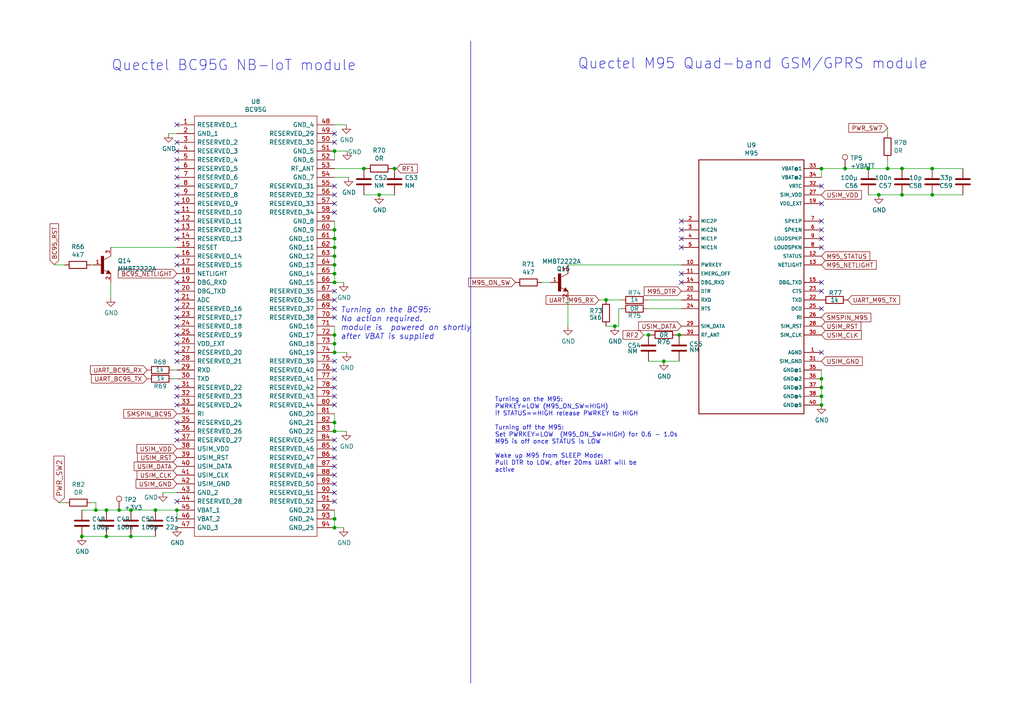
<source format=kicad_sch>
(kicad_sch (version 20200618) (host eeschema "(5.99.0-2142-ge9b99cc8b)")

  (page 4 8)

  (paper "A4")

  (lib_symbols
    (symbol "AddedComponents:GND" (power) (pin_names (offset 0))
      (property "Reference" "#PWR" (id 0) (at 0 -6.35 0)
        (effects (font (size 1.27 1.27)) hide)
      )
      (property "Value" "GND" (id 1) (at 0 -3.81 0)
        (effects (font (size 1.27 1.27)))
      )
      (property "Footprint" "" (id 2) (at 0 0 0)
        (effects (font (size 1.27 1.27)) hide)
      )
      (property "Datasheet" "" (id 3) (at 0 0 0)
        (effects (font (size 1.27 1.27)) hide)
      )
      (symbol "GND_0_1"
        (polyline
          (pts (xy 0 0) (xy 0 -1.27) (xy 1.27 -1.27) (xy 0 -2.54)
               (xy -1.27 -1.27) (xy 0 -1.27)
          )
          (stroke (width 0)) (fill (type none))
        )
      )
      (symbol "GND_1_1"
        (pin power_in line (at 0 0 270) (length 0) hide
          (name "GND" (effects (font (size 1.27 1.27))))
          (number "1" (effects (font (size 1.27 1.27))))
        )
      )
    )
    (symbol "BaseCircuit_V2-rescue:R" (pin_numbers hide) (pin_names (offset 0))
      (property "Reference" "R" (id 0) (at 2.032 0 90)
        (effects (font (size 1.27 1.27)))
      )
      (property "Value" "R" (id 1) (at 0 0 90)
        (effects (font (size 1.27 1.27)))
      )
      (property "Footprint" "" (id 2) (at -1.778 0 90)
        (effects (font (size 1.27 1.27)) hide)
      )
      (property "Datasheet" "" (id 3) (at 0 0 0)
        (effects (font (size 1.27 1.27)) hide)
      )
      (property "ki_fp_filters" "R_*\nR_*" (id 4) (at 0 0 0)
        (effects (font (size 1.27 1.27)) hide)
      )
      (symbol "R_0_1"
        (rectangle (start -1.016 -2.54) (end 1.016 2.54)
          (stroke (width 0.254)) (fill (type none))
        )
      )
      (symbol "R_1_1"
        (pin passive line (at 0 3.81 270) (length 1.27)
          (name "~" (effects (font (size 1.27 1.27))))
          (number "1" (effects (font (size 1.27 1.27))))
        )
        (pin passive line (at 0 -3.81 90) (length 1.27)
          (name "~" (effects (font (size 1.27 1.27))))
          (number "2" (effects (font (size 1.27 1.27))))
        )
      )
    )
    (symbol "Connector:TestPoint" (pin_numbers hide) (pin_names (offset 0.762) hide)
      (property "Reference" "TP" (id 0) (at 0 6.858 0)
        (effects (font (size 1.27 1.27)))
      )
      (property "Value" "TestPoint" (id 1) (at 0 5.08 0)
        (effects (font (size 1.27 1.27)))
      )
      (property "Footprint" "" (id 2) (at 5.08 0 0)
        (effects (font (size 1.27 1.27)) hide)
      )
      (property "Datasheet" "~" (id 3) (at 5.08 0 0)
        (effects (font (size 1.27 1.27)) hide)
      )
      (property "ki_keywords" "test point tp" (id 4) (at 0 0 0)
        (effects (font (size 1.27 1.27)) hide)
      )
      (property "ki_description" "test point" (id 5) (at 0 0 0)
        (effects (font (size 1.27 1.27)) hide)
      )
      (property "ki_fp_filters" "Pin*\nTest*" (id 6) (at 0 0 0)
        (effects (font (size 1.27 1.27)) hide)
      )
      (symbol "TestPoint_0_1"
        (circle (center 0 3.302) (radius 0.762) (stroke (width 0)) (fill (type none)))
      )
      (symbol "TestPoint_1_1"
        (pin passive line (at 0 0 90) (length 2.54)
          (name "1" (effects (font (size 1.27 1.27))))
          (number "1" (effects (font (size 1.27 1.27))))
        )
      )
    )
    (symbol "Device:C" (pin_numbers hide) (pin_names (offset 0.254))
      (property "Reference" "C" (id 0) (at 0.635 2.54 0)
        (effects (font (size 1.27 1.27)) (justify left))
      )
      (property "Value" "C" (id 1) (at 0.635 -2.54 0)
        (effects (font (size 1.27 1.27)) (justify left))
      )
      (property "Footprint" "" (id 2) (at 0.9652 -3.81 0)
        (effects (font (size 1.27 1.27)) hide)
      )
      (property "Datasheet" "~" (id 3) (at 0 0 0)
        (effects (font (size 1.27 1.27)) hide)
      )
      (property "ki_keywords" "cap capacitor" (id 4) (at 0 0 0)
        (effects (font (size 1.27 1.27)) hide)
      )
      (property "ki_description" "Unpolarized capacitor" (id 5) (at 0 0 0)
        (effects (font (size 1.27 1.27)) hide)
      )
      (property "ki_fp_filters" "C_*" (id 6) (at 0 0 0)
        (effects (font (size 1.27 1.27)) hide)
      )
      (symbol "C_0_1"
        (polyline
          (pts (xy -2.032 -0.762) (xy 2.032 -0.762))
          (stroke (width 0.508)) (fill (type none))
        )
        (polyline
          (pts (xy -2.032 0.762) (xy 2.032 0.762))
          (stroke (width 0.508)) (fill (type none))
        )
      )
      (symbol "C_1_1"
        (pin passive line (at 0 3.81 270) (length 2.794)
          (name "~" (effects (font (size 1.27 1.27))))
          (number "1" (effects (font (size 1.27 1.27))))
        )
        (pin passive line (at 0 -3.81 90) (length 2.794)
          (name "~" (effects (font (size 1.27 1.27))))
          (number "2" (effects (font (size 1.27 1.27))))
        )
      )
    )
    (symbol "Device:R" (pin_numbers hide) (pin_names (offset 0))
      (property "Reference" "R" (id 0) (at 2.032 0 90)
        (effects (font (size 1.27 1.27)))
      )
      (property "Value" "R" (id 1) (at 0 0 90)
        (effects (font (size 1.27 1.27)))
      )
      (property "Footprint" "" (id 2) (at -1.778 0 90)
        (effects (font (size 1.27 1.27)) hide)
      )
      (property "Datasheet" "~" (id 3) (at 0 0 0)
        (effects (font (size 1.27 1.27)) hide)
      )
      (property "ki_keywords" "R res resistor" (id 4) (at 0 0 0)
        (effects (font (size 1.27 1.27)) hide)
      )
      (property "ki_description" "Resistor" (id 5) (at 0 0 0)
        (effects (font (size 1.27 1.27)) hide)
      )
      (property "ki_fp_filters" "R_*" (id 6) (at 0 0 0)
        (effects (font (size 1.27 1.27)) hide)
      )
      (symbol "R_0_1"
        (rectangle (start -1.016 -2.54) (end 1.016 2.54)
          (stroke (width 0.254)) (fill (type none))
        )
      )
      (symbol "R_1_1"
        (pin passive line (at 0 3.81 270) (length 1.27)
          (name "~" (effects (font (size 1.27 1.27))))
          (number "1" (effects (font (size 1.27 1.27))))
        )
        (pin passive line (at 0 -3.81 90) (length 1.27)
          (name "~" (effects (font (size 1.27 1.27))))
          (number "2" (effects (font (size 1.27 1.27))))
        )
      )
    )
    (symbol "power:GND" (power) (pin_names (offset 0))
      (property "Reference" "#PWR" (id 0) (at 0 -6.35 0)
        (effects (font (size 1.27 1.27)) hide)
      )
      (property "Value" "GND" (id 1) (at 0 -3.81 0)
        (effects (font (size 1.27 1.27)))
      )
      (property "Footprint" "" (id 2) (at 0 0 0)
        (effects (font (size 1.27 1.27)) hide)
      )
      (property "Datasheet" "" (id 3) (at 0 0 0)
        (effects (font (size 1.27 1.27)) hide)
      )
      (property "ki_keywords" "power-flag" (id 4) (at 0 0 0)
        (effects (font (size 1.27 1.27)) hide)
      )
      (property "ki_description" "Power symbol creates a global label with name \"GND\" , ground" (id 5) (at 0 0 0)
        (effects (font (size 1.27 1.27)) hide)
      )
      (symbol "GND_0_1"
        (polyline
          (pts (xy 0 0) (xy 0 -1.27) (xy 1.27 -1.27) (xy 0 -2.54)
               (xy -1.27 -1.27) (xy 0 -1.27)
          )
          (stroke (width 0)) (fill (type none))
        )
      )
      (symbol "GND_1_1"
        (pin power_in line (at 0 0 270) (length 0) hide
          (name "GND" (effects (font (size 1.27 1.27))))
          (number "1" (effects (font (size 1.27 1.27))))
        )
      )
    )
    (symbol "symbols:BC95-B8" (pin_names (offset 0.762))
      (property "Reference" "U" (id 0) (at 41.91 7.62 0)
        (effects (font (size 1.27 1.27)) (justify left))
      )
      (property "Value" "BC95-B8" (id 1) (at 41.91 5.08 0)
        (effects (font (size 1.27 1.27)) (justify left))
      )
      (property "Footprint" "BC95-B8" (id 2) (at 41.91 2.54 0)
        (effects (font (size 1.27 1.27)) (justify left) hide)
      )
      (property "Datasheet" "https://www.quectel.com/UploadImage/Downlad/Quectel_BC95_Hardware_Design_V1.5.pdf" (id 3) (at 67.31 11.43 0)
        (effects (font (size 1.27 1.27)) (justify left) hide)
      )
      (property "Description" "NB-IoT Module Series BC95" (id 4) (at 71.12 6.35 0)
        (effects (font (size 1.27 1.27)) (justify left) hide)
      )
      (property "Manufacturer_Name" "Quectel" (id 5) (at 41.91 -7.62 0)
        (effects (font (size 1.27 1.27)) (justify left) hide)
      )
      (property "Manufacturer_Part_Number" "BC95-B20" (id 6) (at 41.91 -10.16 0)
        (effects (font (size 1.27 1.27)) (justify left) hide)
      )
      (property "Arrow Part Number" "BC95-B20" (id 7) (at 41.91 -17.78 0)
        (effects (font (size 1.27 1.27)) (justify left) hide)
      )
      (symbol "BC95-B8_0_1"
        (polyline
          (pts (xy 5.08 2.54) (xy 40.64 2.54) (xy 40.64 -119.38) (xy 5.08 -119.38)
               (xy 5.08 2.54)
          )
          (stroke (width 0.1524)) (fill (type none))
        )
      )
      (symbol "BC95-B8_0_0"
        (pin bidirectional line (at 0 0 0) (length 5.08)
          (name "RESERVED_1" (effects (font (size 1.27 1.27))))
          (number "1" (effects (font (size 1.27 1.27))))
        )
        (pin bidirectional line (at 0 -22.86 0) (length 5.08)
          (name "RESERVED_9" (effects (font (size 1.27 1.27))))
          (number "10" (effects (font (size 1.27 1.27))))
        )
        (pin bidirectional line (at 0 -25.4 0) (length 5.08)
          (name "RESERVED_10" (effects (font (size 1.27 1.27))))
          (number "11" (effects (font (size 1.27 1.27))))
        )
        (pin bidirectional line (at 0 -27.94 0) (length 5.08)
          (name "RESERVED_11" (effects (font (size 1.27 1.27))))
          (number "12" (effects (font (size 1.27 1.27))))
        )
        (pin bidirectional line (at 0 -30.48 0) (length 5.08)
          (name "RESERVED_12" (effects (font (size 1.27 1.27))))
          (number "13" (effects (font (size 1.27 1.27))))
        )
        (pin bidirectional line (at 0 -33.02 0) (length 5.08)
          (name "RESERVED_13" (effects (font (size 1.27 1.27))))
          (number "14" (effects (font (size 1.27 1.27))))
        )
        (pin bidirectional line (at 0 -35.56 0) (length 5.08)
          (name "RESET" (effects (font (size 1.27 1.27))))
          (number "15" (effects (font (size 1.27 1.27))))
        )
        (pin bidirectional line (at 0 -38.1 0) (length 5.08)
          (name "RESERVED_14" (effects (font (size 1.27 1.27))))
          (number "16" (effects (font (size 1.27 1.27))))
        )
        (pin bidirectional line (at 0 -40.64 0) (length 5.08)
          (name "RESERVED_15" (effects (font (size 1.27 1.27))))
          (number "17" (effects (font (size 1.27 1.27))))
        )
        (pin bidirectional line (at 0 -43.18 0) (length 5.08)
          (name "NETLIGHT" (effects (font (size 1.27 1.27))))
          (number "18" (effects (font (size 1.27 1.27))))
        )
        (pin bidirectional line (at 0 -45.72 0) (length 5.08)
          (name "DBG_RXD" (effects (font (size 1.27 1.27))))
          (number "19" (effects (font (size 1.27 1.27))))
        )
        (pin bidirectional line (at 0 -2.54 0) (length 5.08)
          (name "GND_1" (effects (font (size 1.27 1.27))))
          (number "2" (effects (font (size 1.27 1.27))))
        )
        (pin bidirectional line (at 0 -48.26 0) (length 5.08)
          (name "DBG_TXD" (effects (font (size 1.27 1.27))))
          (number "20" (effects (font (size 1.27 1.27))))
        )
        (pin bidirectional line (at 0 -50.8 0) (length 5.08)
          (name "ADC" (effects (font (size 1.27 1.27))))
          (number "21" (effects (font (size 1.27 1.27))))
        )
        (pin bidirectional line (at 0 -53.34 0) (length 5.08)
          (name "RESERVED_16" (effects (font (size 1.27 1.27))))
          (number "22" (effects (font (size 1.27 1.27))))
        )
        (pin bidirectional line (at 0 -55.88 0) (length 5.08)
          (name "RESERVED_17" (effects (font (size 1.27 1.27))))
          (number "23" (effects (font (size 1.27 1.27))))
        )
        (pin bidirectional line (at 0 -58.42 0) (length 5.08)
          (name "RESERVED_18" (effects (font (size 1.27 1.27))))
          (number "24" (effects (font (size 1.27 1.27))))
        )
        (pin bidirectional line (at 0 -60.96 0) (length 5.08)
          (name "RESERVED_19" (effects (font (size 1.27 1.27))))
          (number "25" (effects (font (size 1.27 1.27))))
        )
        (pin bidirectional line (at 0 -63.5 0) (length 5.08)
          (name "VDD_EXT" (effects (font (size 1.27 1.27))))
          (number "26" (effects (font (size 1.27 1.27))))
        )
        (pin bidirectional line (at 0 -66.04 0) (length 5.08)
          (name "RESERVED_20" (effects (font (size 1.27 1.27))))
          (number "27" (effects (font (size 1.27 1.27))))
        )
        (pin bidirectional line (at 0 -68.58 0) (length 5.08)
          (name "RESERVED_21" (effects (font (size 1.27 1.27))))
          (number "28" (effects (font (size 1.27 1.27))))
        )
        (pin bidirectional line (at 0 -71.12 0) (length 5.08)
          (name "RXD" (effects (font (size 1.27 1.27))))
          (number "29" (effects (font (size 1.27 1.27))))
        )
        (pin bidirectional line (at 0 -5.08 0) (length 5.08)
          (name "RESERVED_2" (effects (font (size 1.27 1.27))))
          (number "3" (effects (font (size 1.27 1.27))))
        )
        (pin bidirectional line (at 0 -73.66 0) (length 5.08)
          (name "TXD" (effects (font (size 1.27 1.27))))
          (number "30" (effects (font (size 1.27 1.27))))
        )
        (pin bidirectional line (at 0 -76.2 0) (length 5.08)
          (name "RESERVED_22" (effects (font (size 1.27 1.27))))
          (number "31" (effects (font (size 1.27 1.27))))
        )
        (pin bidirectional line (at 0 -78.74 0) (length 5.08)
          (name "RESERVED_23" (effects (font (size 1.27 1.27))))
          (number "32" (effects (font (size 1.27 1.27))))
        )
        (pin bidirectional line (at 0 -81.28 0) (length 5.08)
          (name "RESERVED_24" (effects (font (size 1.27 1.27))))
          (number "33" (effects (font (size 1.27 1.27))))
        )
        (pin bidirectional line (at 0 -83.82 0) (length 5.08)
          (name "RI" (effects (font (size 1.27 1.27))))
          (number "34" (effects (font (size 1.27 1.27))))
        )
        (pin bidirectional line (at 0 -86.36 0) (length 5.08)
          (name "RESERVED_25" (effects (font (size 1.27 1.27))))
          (number "35" (effects (font (size 1.27 1.27))))
        )
        (pin bidirectional line (at 0 -88.9 0) (length 5.08)
          (name "RESERVED_26" (effects (font (size 1.27 1.27))))
          (number "36" (effects (font (size 1.27 1.27))))
        )
        (pin bidirectional line (at 0 -91.44 0) (length 5.08)
          (name "RESERVED_27" (effects (font (size 1.27 1.27))))
          (number "37" (effects (font (size 1.27 1.27))))
        )
        (pin bidirectional line (at 0 -93.98 0) (length 5.08)
          (name "USIM_VDD" (effects (font (size 1.27 1.27))))
          (number "38" (effects (font (size 1.27 1.27))))
        )
        (pin bidirectional line (at 0 -96.52 0) (length 5.08)
          (name "USIM_RST" (effects (font (size 1.27 1.27))))
          (number "39" (effects (font (size 1.27 1.27))))
        )
        (pin bidirectional line (at 0 -7.62 0) (length 5.08)
          (name "RESERVED_3" (effects (font (size 1.27 1.27))))
          (number "4" (effects (font (size 1.27 1.27))))
        )
        (pin bidirectional line (at 0 -99.06 0) (length 5.08)
          (name "USIM_DATA" (effects (font (size 1.27 1.27))))
          (number "40" (effects (font (size 1.27 1.27))))
        )
        (pin bidirectional line (at 0 -101.6 0) (length 5.08)
          (name "USIM_CLK" (effects (font (size 1.27 1.27))))
          (number "41" (effects (font (size 1.27 1.27))))
        )
        (pin bidirectional line (at 0 -104.14 0) (length 5.08)
          (name "USIM_GND" (effects (font (size 1.27 1.27))))
          (number "42" (effects (font (size 1.27 1.27))))
        )
        (pin bidirectional line (at 0 -106.68 0) (length 5.08)
          (name "GND_2" (effects (font (size 1.27 1.27))))
          (number "43" (effects (font (size 1.27 1.27))))
        )
        (pin bidirectional line (at 0 -109.22 0) (length 5.08)
          (name "RESERVED_28" (effects (font (size 1.27 1.27))))
          (number "44" (effects (font (size 1.27 1.27))))
        )
        (pin bidirectional line (at 0 -111.76 0) (length 5.08)
          (name "VBAT_1" (effects (font (size 1.27 1.27))))
          (number "45" (effects (font (size 1.27 1.27))))
        )
        (pin bidirectional line (at 0 -114.3 0) (length 5.08)
          (name "VBAT_2" (effects (font (size 1.27 1.27))))
          (number "46" (effects (font (size 1.27 1.27))))
        )
        (pin bidirectional line (at 0 -116.84 0) (length 5.08)
          (name "GND_3" (effects (font (size 1.27 1.27))))
          (number "47" (effects (font (size 1.27 1.27))))
        )
        (pin bidirectional line (at 45.72 0 180) (length 5.08)
          (name "GND_4" (effects (font (size 1.27 1.27))))
          (number "48" (effects (font (size 1.27 1.27))))
        )
        (pin bidirectional line (at 45.72 -2.54 180) (length 5.08)
          (name "RESERVED_29" (effects (font (size 1.27 1.27))))
          (number "49" (effects (font (size 1.27 1.27))))
        )
        (pin bidirectional line (at 0 -10.16 0) (length 5.08)
          (name "RESERVED_4" (effects (font (size 1.27 1.27))))
          (number "5" (effects (font (size 1.27 1.27))))
        )
        (pin bidirectional line (at 45.72 -5.08 180) (length 5.08)
          (name "RESERVED_30" (effects (font (size 1.27 1.27))))
          (number "50" (effects (font (size 1.27 1.27))))
        )
        (pin bidirectional line (at 45.72 -7.62 180) (length 5.08)
          (name "GND_5" (effects (font (size 1.27 1.27))))
          (number "51" (effects (font (size 1.27 1.27))))
        )
        (pin bidirectional line (at 45.72 -10.16 180) (length 5.08)
          (name "GND_6" (effects (font (size 1.27 1.27))))
          (number "52" (effects (font (size 1.27 1.27))))
        )
        (pin bidirectional line (at 45.72 -12.7 180) (length 5.08)
          (name "RF_ANT" (effects (font (size 1.27 1.27))))
          (number "53" (effects (font (size 1.27 1.27))))
        )
        (pin bidirectional line (at 45.72 -15.24 180) (length 5.08)
          (name "GND_7" (effects (font (size 1.27 1.27))))
          (number "54" (effects (font (size 1.27 1.27))))
        )
        (pin bidirectional line (at 45.72 -17.78 180) (length 5.08)
          (name "RESERVED_31" (effects (font (size 1.27 1.27))))
          (number "55" (effects (font (size 1.27 1.27))))
        )
        (pin bidirectional line (at 45.72 -20.32 180) (length 5.08)
          (name "RESERVED_32" (effects (font (size 1.27 1.27))))
          (number "56" (effects (font (size 1.27 1.27))))
        )
        (pin bidirectional line (at 45.72 -22.86 180) (length 5.08)
          (name "RESERVED_33" (effects (font (size 1.27 1.27))))
          (number "57" (effects (font (size 1.27 1.27))))
        )
        (pin bidirectional line (at 45.72 -25.4 180) (length 5.08)
          (name "RESERVED_34" (effects (font (size 1.27 1.27))))
          (number "58" (effects (font (size 1.27 1.27))))
        )
        (pin bidirectional line (at 45.72 -27.94 180) (length 5.08)
          (name "GND_8" (effects (font (size 1.27 1.27))))
          (number "59" (effects (font (size 1.27 1.27))))
        )
        (pin bidirectional line (at 0 -12.7 0) (length 5.08)
          (name "RESERVED_5" (effects (font (size 1.27 1.27))))
          (number "6" (effects (font (size 1.27 1.27))))
        )
        (pin bidirectional line (at 45.72 -30.48 180) (length 5.08)
          (name "GND_9" (effects (font (size 1.27 1.27))))
          (number "60" (effects (font (size 1.27 1.27))))
        )
        (pin bidirectional line (at 45.72 -33.02 180) (length 5.08)
          (name "GND_10" (effects (font (size 1.27 1.27))))
          (number "61" (effects (font (size 1.27 1.27))))
        )
        (pin bidirectional line (at 45.72 -35.56 180) (length 5.08)
          (name "GND_11" (effects (font (size 1.27 1.27))))
          (number "62" (effects (font (size 1.27 1.27))))
        )
        (pin bidirectional line (at 45.72 -38.1 180) (length 5.08)
          (name "GND_12" (effects (font (size 1.27 1.27))))
          (number "63" (effects (font (size 1.27 1.27))))
        )
        (pin bidirectional line (at 45.72 -40.64 180) (length 5.08)
          (name "GND_13" (effects (font (size 1.27 1.27))))
          (number "64" (effects (font (size 1.27 1.27))))
        )
        (pin bidirectional line (at 45.72 -43.18 180) (length 5.08)
          (name "GND_14" (effects (font (size 1.27 1.27))))
          (number "65" (effects (font (size 1.27 1.27))))
        )
        (pin bidirectional line (at 45.72 -45.72 180) (length 5.08)
          (name "GND_15" (effects (font (size 1.27 1.27))))
          (number "66" (effects (font (size 1.27 1.27))))
        )
        (pin bidirectional line (at 45.72 -48.26 180) (length 5.08)
          (name "RESERVED_35" (effects (font (size 1.27 1.27))))
          (number "67" (effects (font (size 1.27 1.27))))
        )
        (pin bidirectional line (at 45.72 -50.8 180) (length 5.08)
          (name "RESERVED_36" (effects (font (size 1.27 1.27))))
          (number "68" (effects (font (size 1.27 1.27))))
        )
        (pin bidirectional line (at 45.72 -53.34 180) (length 5.08)
          (name "RESERVED_37" (effects (font (size 1.27 1.27))))
          (number "69" (effects (font (size 1.27 1.27))))
        )
        (pin bidirectional line (at 0 -15.24 0) (length 5.08)
          (name "RESERVED_6" (effects (font (size 1.27 1.27))))
          (number "7" (effects (font (size 1.27 1.27))))
        )
        (pin bidirectional line (at 45.72 -55.88 180) (length 5.08)
          (name "RESERVED_38" (effects (font (size 1.27 1.27))))
          (number "70" (effects (font (size 1.27 1.27))))
        )
        (pin bidirectional line (at 45.72 -58.42 180) (length 5.08)
          (name "GND_16" (effects (font (size 1.27 1.27))))
          (number "71" (effects (font (size 1.27 1.27))))
        )
        (pin bidirectional line (at 45.72 -60.96 180) (length 5.08)
          (name "GND_17" (effects (font (size 1.27 1.27))))
          (number "72" (effects (font (size 1.27 1.27))))
        )
        (pin bidirectional line (at 45.72 -63.5 180) (length 5.08)
          (name "GND_18" (effects (font (size 1.27 1.27))))
          (number "73" (effects (font (size 1.27 1.27))))
        )
        (pin bidirectional line (at 45.72 -66.04 180) (length 5.08)
          (name "GND_19" (effects (font (size 1.27 1.27))))
          (number "74" (effects (font (size 1.27 1.27))))
        )
        (pin bidirectional line (at 45.72 -68.58 180) (length 5.08)
          (name "RESERVED_39" (effects (font (size 1.27 1.27))))
          (number "75" (effects (font (size 1.27 1.27))))
        )
        (pin bidirectional line (at 45.72 -71.12 180) (length 5.08)
          (name "RESERVED_40" (effects (font (size 1.27 1.27))))
          (number "76" (effects (font (size 1.27 1.27))))
        )
        (pin bidirectional line (at 45.72 -73.66 180) (length 5.08)
          (name "RESERVED_41" (effects (font (size 1.27 1.27))))
          (number "77" (effects (font (size 1.27 1.27))))
        )
        (pin bidirectional line (at 45.72 -76.2 180) (length 5.08)
          (name "RESERVED_42" (effects (font (size 1.27 1.27))))
          (number "78" (effects (font (size 1.27 1.27))))
        )
        (pin bidirectional line (at 45.72 -78.74 180) (length 5.08)
          (name "RESERVED_43" (effects (font (size 1.27 1.27))))
          (number "79" (effects (font (size 1.27 1.27))))
        )
        (pin bidirectional line (at 0 -17.78 0) (length 5.08)
          (name "RESERVED_7" (effects (font (size 1.27 1.27))))
          (number "8" (effects (font (size 1.27 1.27))))
        )
        (pin bidirectional line (at 45.72 -81.28 180) (length 5.08)
          (name "RESERVED_44" (effects (font (size 1.27 1.27))))
          (number "80" (effects (font (size 1.27 1.27))))
        )
        (pin bidirectional line (at 45.72 -83.82 180) (length 5.08)
          (name "GND_20" (effects (font (size 1.27 1.27))))
          (number "81" (effects (font (size 1.27 1.27))))
        )
        (pin bidirectional line (at 45.72 -86.36 180) (length 5.08)
          (name "GND_21" (effects (font (size 1.27 1.27))))
          (number "82" (effects (font (size 1.27 1.27))))
        )
        (pin bidirectional line (at 45.72 -88.9 180) (length 5.08)
          (name "GND_22" (effects (font (size 1.27 1.27))))
          (number "83" (effects (font (size 1.27 1.27))))
        )
        (pin bidirectional line (at 45.72 -91.44 180) (length 5.08)
          (name "RESERVED_45" (effects (font (size 1.27 1.27))))
          (number "84" (effects (font (size 1.27 1.27))))
        )
        (pin bidirectional line (at 45.72 -93.98 180) (length 5.08)
          (name "RESERVED_46" (effects (font (size 1.27 1.27))))
          (number "85" (effects (font (size 1.27 1.27))))
        )
        (pin bidirectional line (at 45.72 -96.52 180) (length 5.08)
          (name "RESERVED_47" (effects (font (size 1.27 1.27))))
          (number "86" (effects (font (size 1.27 1.27))))
        )
        (pin bidirectional line (at 45.72 -99.06 180) (length 5.08)
          (name "RESERVED_48" (effects (font (size 1.27 1.27))))
          (number "87" (effects (font (size 1.27 1.27))))
        )
        (pin bidirectional line (at 45.72 -101.6 180) (length 5.08)
          (name "RESERVED_49" (effects (font (size 1.27 1.27))))
          (number "88" (effects (font (size 1.27 1.27))))
        )
        (pin bidirectional line (at 45.72 -104.14 180) (length 5.08)
          (name "RESERVED_50" (effects (font (size 1.27 1.27))))
          (number "89" (effects (font (size 1.27 1.27))))
        )
        (pin bidirectional line (at 0 -20.32 0) (length 5.08)
          (name "RESERVED_8" (effects (font (size 1.27 1.27))))
          (number "9" (effects (font (size 1.27 1.27))))
        )
        (pin bidirectional line (at 45.72 -106.68 180) (length 5.08)
          (name "RESERVED_51" (effects (font (size 1.27 1.27))))
          (number "90" (effects (font (size 1.27 1.27))))
        )
        (pin bidirectional line (at 45.72 -109.22 180) (length 5.08)
          (name "RESERVED_52" (effects (font (size 1.27 1.27))))
          (number "91" (effects (font (size 1.27 1.27))))
        )
        (pin bidirectional line (at 45.72 -111.76 180) (length 5.08)
          (name "GND_23" (effects (font (size 1.27 1.27))))
          (number "92" (effects (font (size 1.27 1.27))))
        )
        (pin bidirectional line (at 45.72 -114.3 180) (length 5.08)
          (name "GND_24" (effects (font (size 1.27 1.27))))
          (number "93" (effects (font (size 1.27 1.27))))
        )
        (pin bidirectional line (at 45.72 -116.84 180) (length 5.08)
          (name "GND_25" (effects (font (size 1.27 1.27))))
          (number "94" (effects (font (size 1.27 1.27))))
        )
      )
    )
    (symbol "symbols:M95"
      (property "Reference" "U" (id 0) (at -15.2908 36.4236 0)
        (effects (font (size 1.27 1.27)) (justify left bottom))
      )
      (property "Value" "M95" (id 1) (at -15.5194 -39.9288 0)
        (effects (font (size 1.27 1.27)) (justify left bottom))
      )
      (property "Footprint" "XCVR_M95" (id 2) (at 0 0 0)
        (effects (font (size 1.27 1.27)) (justify left bottom) hide)
      )
      (property "Datasheet" "Quad-Band Gsm/Gprs Module" (id 3) (at 0 0 0)
        (effects (font (size 1.27 1.27)) (justify left bottom) hide)
      )
      (property "Field4" "Quectel" (id 4) (at 0 0 0)
        (effects (font (size 1.27 1.27)) (justify left bottom) hide)
      )
      (property "Field5" "None" (id 5) (at 0 0 0)
        (effects (font (size 1.27 1.27)) (justify left bottom) hide)
      )
      (property "Field6" "Unavailable" (id 6) (at 0 0 0)
        (effects (font (size 1.27 1.27)) (justify left bottom) hide)
      )
      (property "Field7" "SMD-16 Quectel" (id 7) (at 0 0 0)
        (effects (font (size 1.27 1.27)) (justify left bottom) hide)
      )
      (property "Field8" "M95" (id 8) (at 0 0 0)
        (effects (font (size 1.27 1.27)) (justify left bottom) hide)
      )
      (property "ki_locked" "" (id 9) (at 0 0 0)
        (effects (font (size 1.27 1.27)))
      )
      (symbol "M95_0_0"
        (polyline
          (pts (xy -15.24 -38.1) (xy -15.24 35.56))
          (stroke (width 0.254)) (fill (type none))
        )
        (polyline
          (pts (xy -15.24 35.56) (xy 15.24 35.56))
          (stroke (width 0.254)) (fill (type none))
        )
        (polyline
          (pts (xy 15.24 -38.1) (xy -15.24 -38.1))
          (stroke (width 0.254)) (fill (type none))
        )
        (polyline
          (pts (xy 15.24 35.56) (xy 15.24 -38.1))
          (stroke (width 0.254)) (fill (type none))
        )
        (pin power_in line (at 20.32 -20.32 180) (length 5.08)
          (name "AGND" (effects (font (size 1.016 1.016))))
          (number "1" (effects (font (size 1.016 1.016))))
        )
        (pin input line (at -20.32 5.08 0) (length 5.08)
          (name "PWRKEY" (effects (font (size 1.016 1.016))))
          (number "10" (effects (font (size 1.016 1.016))))
        )
        (pin input line (at -20.32 2.54 0) (length 5.08)
          (name "EMERG_OFF" (effects (font (size 1.016 1.016))))
          (number "11" (effects (font (size 1.016 1.016))))
        )
        (pin output line (at 20.32 7.62 180) (length 5.08)
          (name "STATUS" (effects (font (size 1.016 1.016))))
          (number "12" (effects (font (size 1.016 1.016))))
        )
        (pin output line (at 20.32 5.08 180) (length 5.08)
          (name "NETLIGHT" (effects (font (size 1.016 1.016))))
          (number "13" (effects (font (size 1.016 1.016))))
        )
        (pin input line (at -20.32 0 0) (length 5.08)
          (name "DBG_RXD" (effects (font (size 1.016 1.016))))
          (number "14" (effects (font (size 1.016 1.016))))
        )
        (pin output line (at 20.32 0 180) (length 5.08)
          (name "DBG_TXD" (effects (font (size 1.016 1.016))))
          (number "15" (effects (font (size 1.016 1.016))))
        )
        (pin power_in line (at 20.32 22.86 180) (length 5.08)
          (name "VDD_EXT" (effects (font (size 1.016 1.016))))
          (number "19" (effects (font (size 1.016 1.016))))
        )
        (pin input line (at -20.32 17.78 0) (length 5.08)
          (name "MIC2P" (effects (font (size 1.016 1.016))))
          (number "2" (effects (font (size 1.016 1.016))))
        )
        (pin input line (at -20.32 -2.54 0) (length 5.08)
          (name "DTR" (effects (font (size 1.016 1.016))))
          (number "20" (effects (font (size 1.016 1.016))))
        )
        (pin input line (at -20.32 -5.08 0) (length 5.08)
          (name "RXD" (effects (font (size 1.016 1.016))))
          (number "21" (effects (font (size 1.016 1.016))))
        )
        (pin output line (at 20.32 -5.08 180) (length 5.08)
          (name "TXD" (effects (font (size 1.016 1.016))))
          (number "22" (effects (font (size 1.016 1.016))))
        )
        (pin output line (at 20.32 -2.54 180) (length 5.08)
          (name "CTS" (effects (font (size 1.016 1.016))))
          (number "23" (effects (font (size 1.016 1.016))))
        )
        (pin input line (at -20.32 -7.62 0) (length 5.08)
          (name "RTS" (effects (font (size 1.016 1.016))))
          (number "24" (effects (font (size 1.016 1.016))))
        )
        (pin output line (at 20.32 -7.62 180) (length 5.08)
          (name "DCD" (effects (font (size 1.016 1.016))))
          (number "25" (effects (font (size 1.016 1.016))))
        )
        (pin output line (at 20.32 -10.16 180) (length 5.08)
          (name "RI" (effects (font (size 1.016 1.016))))
          (number "26" (effects (font (size 1.016 1.016))))
        )
        (pin power_in line (at 20.32 25.4 180) (length 5.08)
          (name "SIM_VDD" (effects (font (size 1.016 1.016))))
          (number "27" (effects (font (size 1.016 1.016))))
        )
        (pin output line (at 20.32 -12.7 180) (length 5.08)
          (name "SIM_RST" (effects (font (size 1.016 1.016))))
          (number "28" (effects (font (size 1.016 1.016))))
        )
        (pin bidirectional line (at -20.32 -12.7 0) (length 5.08)
          (name "SIM_DATA" (effects (font (size 1.016 1.016))))
          (number "29" (effects (font (size 1.016 1.016))))
        )
        (pin input line (at -20.32 15.24 0) (length 5.08)
          (name "MIC2N" (effects (font (size 1.016 1.016))))
          (number "3" (effects (font (size 1.016 1.016))))
        )
        (pin output line (at 20.32 -15.24 180) (length 5.08)
          (name "SIM_CLK" (effects (font (size 1.016 1.016))))
          (number "30" (effects (font (size 1.016 1.016))))
        )
        (pin power_in line (at 20.32 -22.86 180) (length 5.08)
          (name "SIM_GND" (effects (font (size 1.016 1.016))))
          (number "31" (effects (font (size 1.016 1.016))))
        )
        (pin power_in line (at 20.32 27.94 180) (length 5.08)
          (name "VRTC" (effects (font (size 1.016 1.016))))
          (number "32" (effects (font (size 1.016 1.016))))
        )
        (pin power_in line (at 20.32 33.02 180) (length 5.08)
          (name "VBAT@1" (effects (font (size 1.016 1.016))))
          (number "33" (effects (font (size 1.016 1.016))))
        )
        (pin power_in line (at 20.32 30.48 180) (length 5.08)
          (name "VBAT@2" (effects (font (size 1.016 1.016))))
          (number "34" (effects (font (size 1.016 1.016))))
        )
        (pin power_in line (at 20.32 -25.4 180) (length 5.08)
          (name "GND@1" (effects (font (size 1.016 1.016))))
          (number "35" (effects (font (size 1.016 1.016))))
        )
        (pin power_in line (at 20.32 -27.94 180) (length 5.08)
          (name "GND@2" (effects (font (size 1.016 1.016))))
          (number "36" (effects (font (size 1.016 1.016))))
        )
        (pin power_in line (at 20.32 -30.48 180) (length 5.08)
          (name "GND@3" (effects (font (size 1.016 1.016))))
          (number "37" (effects (font (size 1.016 1.016))))
        )
        (pin input line (at 20.32 -33.02 180) (length 5.08)
          (name "GND@4" (effects (font (size 1.016 1.016))))
          (number "38" (effects (font (size 1.016 1.016))))
        )
        (pin bidirectional line (at -20.32 -15.24 0) (length 5.08)
          (name "RF_ANT" (effects (font (size 1.016 1.016))))
          (number "39" (effects (font (size 1.016 1.016))))
        )
        (pin input line (at -20.32 12.7 0) (length 5.08)
          (name "MIC1P" (effects (font (size 1.016 1.016))))
          (number "4" (effects (font (size 1.016 1.016))))
        )
        (pin power_in line (at 20.32 -35.56 180) (length 5.08)
          (name "GND@5" (effects (font (size 1.016 1.016))))
          (number "40" (effects (font (size 1.016 1.016))))
        )
        (pin input line (at -20.32 10.16 0) (length 5.08)
          (name "MIC1N" (effects (font (size 1.016 1.016))))
          (number "5" (effects (font (size 1.016 1.016))))
        )
        (pin output line (at 20.32 15.24 180) (length 5.08)
          (name "SPK1N" (effects (font (size 1.016 1.016))))
          (number "6" (effects (font (size 1.016 1.016))))
        )
        (pin output line (at 20.32 17.78 180) (length 5.08)
          (name "SPK1P" (effects (font (size 1.016 1.016))))
          (number "7" (effects (font (size 1.016 1.016))))
        )
        (pin output line (at 20.32 10.16 180) (length 5.08)
          (name "LOUDSPKN" (effects (font (size 1.016 1.016))))
          (number "8" (effects (font (size 1.016 1.016))))
        )
        (pin output line (at 20.32 12.7 180) (length 5.08)
          (name "LOUDSPKP" (effects (font (size 1.016 1.016))))
          (number "9" (effects (font (size 1.016 1.016))))
        )
      )
    )
    (symbol "symbols:MMBT2222A" (pin_names hide)
      (property "Reference" "Q" (id 0) (at -10.1854 7.6454 0)
        (effects (font (size 1.27 1.27)) (justify left bottom))
      )
      (property "Value" "MMBT2222A" (id 1) (at -10.1854 5.1054 0)
        (effects (font (size 1.27 1.27)) (justify left bottom))
      )
      (property "Footprint" "SOT23" (id 2) (at 0 0 0)
        (effects (font (size 1.27 1.27)) (justify left bottom) hide)
      )
      (property "Datasheet" "Unavailable" (id 3) (at 0 0 0)
        (effects (font (size 1.27 1.27)) (justify left bottom) hide)
      )
      (property "Field5" "STMicroelectronics" (id 4) (at 0 0 0)
        (effects (font (size 1.27 1.27)) (justify left bottom) hide)
      )
      (property "Field6" "None" (id 5) (at 0 0 0)
        (effects (font (size 1.27 1.27)) (justify left bottom) hide)
      )
      (property "Field7" "MMBT2222A" (id 6) (at 0 0 0)
        (effects (font (size 1.27 1.27)) (justify left bottom) hide)
      )
      (property "Field8" "TO-236-3 Taitron" (id 7) (at 0 0 0)
        (effects (font (size 1.27 1.27)) (justify left bottom) hide)
      )
      (symbol "MMBT2222A_0_0"
        (rectangle (start -0.254 -2.54) (end 0.508 2.54)
          (stroke (width 0)) (fill (type outline))
        )
        (polyline
          (pts (xy 1.27 -2.54) (xy 1.778 -1.524))
          (stroke (width 0.1524)) (fill (type none))
        )
        (polyline
          (pts (xy 1.524 -2.413) (xy 2.286 -2.413))
          (stroke (width 0.254)) (fill (type none))
        )
        (polyline
          (pts (xy 1.524 -2.286) (xy 1.905 -2.286))
          (stroke (width 0.254)) (fill (type none))
        )
        (polyline
          (pts (xy 1.5494 -2.032) (xy 0.3048 -1.4224))
          (stroke (width 0.1524)) (fill (type none))
        )
        (polyline
          (pts (xy 1.778 -1.778) (xy 1.524 -2.286))
          (stroke (width 0.254)) (fill (type none))
        )
        (polyline
          (pts (xy 1.778 -1.524) (xy 2.54 -2.54))
          (stroke (width 0.1524)) (fill (type none))
        )
        (polyline
          (pts (xy 1.905 -2.286) (xy 1.778 -2.032))
          (stroke (width 0.254)) (fill (type none))
        )
        (polyline
          (pts (xy 2.286 -2.413) (xy 1.778 -1.778))
          (stroke (width 0.254)) (fill (type none))
        )
        (polyline
          (pts (xy 2.54 -2.54) (xy 1.27 -2.54))
          (stroke (width 0.1524)) (fill (type none))
        )
        (polyline
          (pts (xy 2.54 2.54) (xy 0.508 1.524))
          (stroke (width 0.1524)) (fill (type none))
        )
        (pin passive line (at -2.54 0 0) (length 2.54)
          (name "B" (effects (font (size 1.016 1.016))))
          (number "1" (effects (font (size 1.016 1.016))))
        )
        (pin passive line (at 2.54 -5.08 90) (length 2.54)
          (name "E" (effects (font (size 1.016 1.016))))
          (number "2" (effects (font (size 1.016 1.016))))
        )
        (pin passive line (at 2.54 5.08 270) (length 2.54)
          (name "C" (effects (font (size 1.016 1.016))))
          (number "3" (effects (font (size 1.016 1.016))))
        )
      )
    )
  )

  (junction (at 23.749 155.575) (diameter 0) (color 0 0 0 0))
  (junction (at 27.813 147.955) (diameter 0) (color 0 0 0 0))
  (junction (at 30.861 147.955) (diameter 0) (color 0 0 0 0))
  (junction (at 30.861 155.575) (diameter 0) (color 0 0 0 0))
  (junction (at 34.544 147.955) (diameter 0) (color 0 0 0 0))
  (junction (at 37.973 147.955) (diameter 0) (color 0 0 0 0))
  (junction (at 37.973 155.575) (diameter 0) (color 0 0 0 0))
  (junction (at 45.085 147.955) (diameter 0) (color 0 0 0 0))
  (junction (at 51.308 147.955) (diameter 0) (color 0 0 0 0))
  (junction (at 97.028 43.815) (diameter 0) (color 0 0 0 0))
  (junction (at 97.028 66.675) (diameter 0) (color 0 0 0 0))
  (junction (at 97.028 69.215) (diameter 0) (color 0 0 0 0))
  (junction (at 97.028 71.755) (diameter 0) (color 0 0 0 0))
  (junction (at 97.028 74.295) (diameter 0) (color 0 0 0 0))
  (junction (at 97.028 76.835) (diameter 0) (color 0 0 0 0))
  (junction (at 97.028 79.375) (diameter 0) (color 0 0 0 0))
  (junction (at 97.028 81.915) (diameter 0) (color 0 0 0 0))
  (junction (at 97.028 97.155) (diameter 0) (color 0 0 0 0))
  (junction (at 97.028 99.695) (diameter 0) (color 0 0 0 0))
  (junction (at 97.028 102.235) (diameter 0) (color 0 0 0 0))
  (junction (at 97.028 122.555) (diameter 0) (color 0 0 0 0))
  (junction (at 97.028 125.095) (diameter 0) (color 0 0 0 0))
  (junction (at 97.028 150.495) (diameter 0) (color 0 0 0 0))
  (junction (at 97.028 153.035) (diameter 0) (color 0 0 0 0))
  (junction (at 105.537 48.895) (diameter 0) (color 0 0 0 0))
  (junction (at 109.982 56.515) (diameter 0) (color 0 0 0 0))
  (junction (at 114.427 48.895) (diameter 0) (color 0 0 0 0))
  (junction (at 175.768 86.995) (diameter 0) (color 0 0 0 0))
  (junction (at 178.308 94.615) (diameter 0) (color 0 0 0 0))
  (junction (at 188.087 97.155) (diameter 0) (color 0 0 0 0))
  (junction (at 192.532 104.775) (diameter 0) (color 0 0 0 0))
  (junction (at 196.977 97.155) (diameter 0) (color 0 0 0 0))
  (junction (at 238.252 48.895) (diameter 0) (color 0 0 0 0))
  (junction (at 238.252 109.855) (diameter 0) (color 0 0 0 0))
  (junction (at 238.252 112.395) (diameter 0) (color 0 0 0 0))
  (junction (at 238.252 114.935) (diameter 0) (color 0 0 0 0))
  (junction (at 238.252 117.475) (diameter 0) (color 0 0 0 0))
  (junction (at 245.11 48.895) (diameter 0) (color 0 0 0 0))
  (junction (at 251.841 48.895) (diameter 0) (color 0 0 0 0))
  (junction (at 254.889 56.515) (diameter 0) (color 0 0 0 0))
  (junction (at 257.429 48.895) (diameter 0) (color 0 0 0 0))
  (junction (at 261.62 48.895) (diameter 0) (color 0 0 0 0))
  (junction (at 261.62 56.515) (diameter 0) (color 0 0 0 0))
  (junction (at 270.383 48.895) (diameter 0) (color 0 0 0 0))
  (junction (at 270.383 56.515) (diameter 0) (color 0 0 0 0))

  (no_connect (at 51.308 97.155))
  (no_connect (at 51.308 84.455))
  (no_connect (at 51.308 51.435))
  (no_connect (at 51.308 61.595))
  (no_connect (at 238.252 66.675))
  (no_connect (at 97.028 140.335))
  (no_connect (at 97.028 38.735))
  (no_connect (at 51.308 66.675))
  (no_connect (at 238.252 69.215))
  (no_connect (at 51.308 114.935))
  (no_connect (at 51.308 59.055))
  (no_connect (at 197.612 64.135))
  (no_connect (at 97.028 117.475))
  (no_connect (at 197.612 69.215))
  (no_connect (at 97.028 61.595))
  (no_connect (at 97.028 84.455))
  (no_connect (at 51.308 64.135))
  (no_connect (at 97.028 89.535))
  (no_connect (at 51.308 145.415))
  (no_connect (at 197.612 71.755))
  (no_connect (at 97.028 56.515))
  (no_connect (at 51.308 86.995))
  (no_connect (at 97.028 107.315))
  (no_connect (at 97.028 137.795))
  (no_connect (at 51.308 94.615))
  (no_connect (at 238.252 59.055))
  (no_connect (at 238.252 64.135))
  (no_connect (at 97.028 130.175))
  (no_connect (at 197.612 66.675))
  (no_connect (at 97.028 132.715))
  (no_connect (at 238.252 53.975))
  (no_connect (at 51.308 48.895))
  (no_connect (at 238.252 71.755))
  (no_connect (at 97.028 109.855))
  (no_connect (at 97.028 112.395))
  (no_connect (at 197.612 81.915))
  (no_connect (at 97.028 145.415))
  (no_connect (at 97.028 142.875))
  (no_connect (at 238.252 102.235))
  (no_connect (at 97.028 53.975))
  (no_connect (at 238.252 81.915))
  (no_connect (at 238.252 89.535))
  (no_connect (at 197.612 79.375))
  (no_connect (at 51.308 104.775))
  (no_connect (at 51.308 56.515))
  (no_connect (at 238.252 84.455))
  (no_connect (at 51.308 76.835))
  (no_connect (at 51.308 46.355))
  (no_connect (at 51.308 89.535))
  (no_connect (at 51.308 74.295))
  (no_connect (at 51.308 125.095))
  (no_connect (at 51.308 92.075))
  (no_connect (at 51.308 99.695))
  (no_connect (at 51.308 53.975))
  (no_connect (at 51.308 127.635))
  (no_connect (at 51.308 43.815))
  (no_connect (at 51.308 112.395))
  (no_connect (at 97.028 135.255))
  (no_connect (at 51.308 36.195))
  (no_connect (at 51.308 69.215))
  (no_connect (at 97.028 127.635))
  (no_connect (at 51.308 102.235))
  (no_connect (at 97.028 86.995))
  (no_connect (at 51.308 122.555))
  (no_connect (at 97.028 104.775))
  (no_connect (at 51.308 41.275))
  (no_connect (at 97.028 41.275))
  (no_connect (at 51.308 81.915))
  (no_connect (at 97.028 59.055))
  (no_connect (at 97.028 92.075))
  (no_connect (at 51.308 117.475))
  (no_connect (at 97.028 114.935))

  (wire (pts (xy 15.748 76.835) (xy 15.748 76.708))
    (stroke (width 0) (type solid) (color 0 0 0 0))
  )
  (wire (pts (xy 17.145 145.796) (xy 18.923 145.796))
    (stroke (width 0) (type solid) (color 0 0 0 0))
  )
  (wire (pts (xy 18.796 76.835) (xy 15.748 76.835))
    (stroke (width 0) (type solid) (color 0 0 0 0))
  )
  (wire (pts (xy 23.749 147.955) (xy 27.813 147.955))
    (stroke (width 0) (type solid) (color 0 0 0 0))
  )
  (wire (pts (xy 23.749 155.575) (xy 30.861 155.575))
    (stroke (width 0) (type solid) (color 0 0 0 0))
  )
  (wire (pts (xy 26.416 76.835) (xy 27.051 76.835))
    (stroke (width 0) (type solid) (color 0 0 0 0))
  )
  (wire (pts (xy 26.543 145.796) (xy 27.813 145.796))
    (stroke (width 0) (type solid) (color 0 0 0 0))
  )
  (wire (pts (xy 27.813 145.796) (xy 27.813 147.955))
    (stroke (width 0) (type solid) (color 0 0 0 0))
  )
  (wire (pts (xy 27.813 147.955) (xy 30.861 147.955))
    (stroke (width 0) (type solid) (color 0 0 0 0))
  )
  (wire (pts (xy 30.861 147.955) (xy 34.544 147.955))
    (stroke (width 0) (type solid) (color 0 0 0 0))
  )
  (wire (pts (xy 30.861 155.575) (xy 37.973 155.575))
    (stroke (width 0) (type solid) (color 0 0 0 0))
  )
  (wire (pts (xy 32.131 81.915) (xy 32.131 86.36))
    (stroke (width 0) (type solid) (color 0 0 0 0))
  )
  (wire (pts (xy 34.544 147.955) (xy 37.973 147.955))
    (stroke (width 0) (type solid) (color 0 0 0 0))
  )
  (wire (pts (xy 37.973 147.955) (xy 45.085 147.955))
    (stroke (width 0) (type solid) (color 0 0 0 0))
  )
  (wire (pts (xy 37.973 155.575) (xy 45.085 155.575))
    (stroke (width 0) (type solid) (color 0 0 0 0))
  )
  (wire (pts (xy 50.292 107.315) (xy 51.308 107.315))
    (stroke (width 0) (type solid) (color 0 0 0 0))
  )
  (wire (pts (xy 50.292 109.855) (xy 51.308 109.855))
    (stroke (width 0) (type solid) (color 0 0 0 0))
  )
  (wire (pts (xy 51.308 38.735) (xy 48.895 38.735))
    (stroke (width 0) (type solid) (color 0 0 0 0))
  )
  (wire (pts (xy 51.308 71.755) (xy 32.131 71.755))
    (stroke (width 0) (type solid) (color 0 0 0 0))
  )
  (wire (pts (xy 51.308 142.875) (xy 47.244 142.875))
    (stroke (width 0) (type solid) (color 0 0 0 0))
  )
  (wire (pts (xy 51.308 147.955) (xy 45.085 147.955))
    (stroke (width 0) (type solid) (color 0 0 0 0))
  )
  (wire (pts (xy 51.308 150.495) (xy 51.308 147.955))
    (stroke (width 0) (type solid) (color 0 0 0 0))
  )
  (wire (pts (xy 96.901 43.815) (xy 97.028 43.815))
    (stroke (width 0) (type solid) (color 0 0 0 0))
  )
  (wire (pts (xy 97.028 36.195) (xy 100.457 36.195))
    (stroke (width 0) (type solid) (color 0 0 0 0))
  )
  (wire (pts (xy 97.028 43.815) (xy 97.028 46.355))
    (stroke (width 0) (type solid) (color 0 0 0 0))
  )
  (wire (pts (xy 97.028 43.815) (xy 100.711 43.815))
    (stroke (width 0) (type solid) (color 0 0 0 0))
  )
  (wire (pts (xy 97.028 48.895) (xy 105.537 48.895))
    (stroke (width 0) (type solid) (color 0 0 0 0))
  )
  (wire (pts (xy 97.028 51.435) (xy 101.092 51.435))
    (stroke (width 0) (type solid) (color 0 0 0 0))
  )
  (wire (pts (xy 97.028 64.135) (xy 97.028 66.675))
    (stroke (width 0) (type solid) (color 0 0 0 0))
  )
  (wire (pts (xy 97.028 66.675) (xy 97.028 69.215))
    (stroke (width 0) (type solid) (color 0 0 0 0))
  )
  (wire (pts (xy 97.028 69.215) (xy 97.028 71.755))
    (stroke (width 0) (type solid) (color 0 0 0 0))
  )
  (wire (pts (xy 97.028 71.755) (xy 97.028 74.295))
    (stroke (width 0) (type solid) (color 0 0 0 0))
  )
  (wire (pts (xy 97.028 74.295) (xy 97.028 76.835))
    (stroke (width 0) (type solid) (color 0 0 0 0))
  )
  (wire (pts (xy 97.028 76.835) (xy 97.028 79.375))
    (stroke (width 0) (type solid) (color 0 0 0 0))
  )
  (wire (pts (xy 97.028 79.375) (xy 97.028 81.915))
    (stroke (width 0) (type solid) (color 0 0 0 0))
  )
  (wire (pts (xy 97.028 81.915) (xy 99.695 81.915))
    (stroke (width 0) (type solid) (color 0 0 0 0))
  )
  (wire (pts (xy 97.028 94.615) (xy 97.028 97.155))
    (stroke (width 0) (type solid) (color 0 0 0 0))
  )
  (wire (pts (xy 97.028 97.155) (xy 97.028 99.695))
    (stroke (width 0) (type solid) (color 0 0 0 0))
  )
  (wire (pts (xy 97.028 99.695) (xy 97.028 102.235))
    (stroke (width 0) (type solid) (color 0 0 0 0))
  )
  (wire (pts (xy 97.028 102.235) (xy 100.584 102.235))
    (stroke (width 0) (type solid) (color 0 0 0 0))
  )
  (wire (pts (xy 97.028 120.015) (xy 97.028 122.555))
    (stroke (width 0) (type solid) (color 0 0 0 0))
  )
  (wire (pts (xy 97.028 122.555) (xy 97.028 125.095))
    (stroke (width 0) (type solid) (color 0 0 0 0))
  )
  (wire (pts (xy 97.028 125.095) (xy 100.457 125.095))
    (stroke (width 0) (type solid) (color 0 0 0 0))
  )
  (wire (pts (xy 97.028 147.955) (xy 97.028 150.495))
    (stroke (width 0) (type solid) (color 0 0 0 0))
  )
  (wire (pts (xy 97.028 150.495) (xy 97.028 153.035))
    (stroke (width 0) (type solid) (color 0 0 0 0))
  )
  (wire (pts (xy 97.028 153.035) (xy 99.695 153.035))
    (stroke (width 0) (type solid) (color 0 0 0 0))
  )
  (wire (pts (xy 105.537 48.895) (xy 106.172 48.895))
    (stroke (width 0) (type solid) (color 0 0 0 0))
  )
  (wire (pts (xy 105.537 56.515) (xy 109.982 56.515))
    (stroke (width 0) (type solid) (color 0 0 0 0))
  )
  (wire (pts (xy 109.982 56.515) (xy 114.427 56.515))
    (stroke (width 0) (type solid) (color 0 0 0 0))
  )
  (wire (pts (xy 113.792 48.895) (xy 114.427 48.895))
    (stroke (width 0) (type solid) (color 0 0 0 0))
  )
  (wire (pts (xy 114.427 48.895) (xy 115.062 48.895))
    (stroke (width 0) (type solid) (color 0 0 0 0))
  )
  (wire (pts (xy 159.639 81.915) (xy 157.099 81.915))
    (stroke (width 0) (type solid) (color 0 0 0 0))
  )
  (wire (pts (xy 164.719 76.835) (xy 197.612 76.835))
    (stroke (width 0) (type solid) (color 0 0 0 0))
  )
  (wire (pts (xy 164.719 86.995) (xy 164.719 94.615))
    (stroke (width 0) (type solid) (color 0 0 0 0))
  )
  (wire (pts (xy 173.736 86.995) (xy 175.768 86.995))
    (stroke (width 0) (type solid) (color 0 0 0 0))
  )
  (wire (pts (xy 175.768 86.995) (xy 180.213 86.995))
    (stroke (width 0) (type solid) (color 0 0 0 0))
  )
  (wire (pts (xy 175.768 94.615) (xy 178.308 94.615))
    (stroke (width 0) (type solid) (color 0 0 0 0))
  )
  (wire (pts (xy 178.308 94.615) (xy 179.451 94.615))
    (stroke (width 0) (type solid) (color 0 0 0 0))
  )
  (wire (pts (xy 179.451 89.535) (xy 179.451 94.615))
    (stroke (width 0) (type solid) (color 0 0 0 0))
  )
  (wire (pts (xy 180.213 89.535) (xy 179.451 89.535))
    (stroke (width 0) (type solid) (color 0 0 0 0))
  )
  (wire (pts (xy 186.69 97.155) (xy 188.087 97.155))
    (stroke (width 0) (type solid) (color 0 0 0 0))
  )
  (wire (pts (xy 187.833 86.995) (xy 197.612 86.995))
    (stroke (width 0) (type solid) (color 0 0 0 0))
  )
  (wire (pts (xy 187.833 89.535) (xy 197.612 89.535))
    (stroke (width 0) (type solid) (color 0 0 0 0))
  )
  (wire (pts (xy 188.087 97.155) (xy 188.722 97.155))
    (stroke (width 0) (type solid) (color 0 0 0 0))
  )
  (wire (pts (xy 188.087 104.775) (xy 192.532 104.775))
    (stroke (width 0) (type solid) (color 0 0 0 0))
  )
  (wire (pts (xy 192.532 104.775) (xy 196.977 104.775))
    (stroke (width 0) (type solid) (color 0 0 0 0))
  )
  (wire (pts (xy 196.342 97.155) (xy 196.977 97.155))
    (stroke (width 0) (type solid) (color 0 0 0 0))
  )
  (wire (pts (xy 196.977 97.155) (xy 197.612 97.155))
    (stroke (width 0) (type solid) (color 0 0 0 0))
  )
  (wire (pts (xy 238.252 48.895) (xy 245.11 48.895))
    (stroke (width 0) (type solid) (color 0 0 0 0))
  )
  (wire (pts (xy 238.252 51.435) (xy 238.252 48.895))
    (stroke (width 0) (type solid) (color 0 0 0 0))
  )
  (wire (pts (xy 238.252 107.315) (xy 238.252 109.855))
    (stroke (width 0) (type solid) (color 0 0 0 0))
  )
  (wire (pts (xy 238.252 109.855) (xy 238.252 112.395))
    (stroke (width 0) (type solid) (color 0 0 0 0))
  )
  (wire (pts (xy 238.252 112.395) (xy 238.252 114.935))
    (stroke (width 0) (type solid) (color 0 0 0 0))
  )
  (wire (pts (xy 238.252 114.935) (xy 238.252 117.475))
    (stroke (width 0) (type solid) (color 0 0 0 0))
  )
  (wire (pts (xy 245.11 48.895) (xy 251.841 48.895))
    (stroke (width 0) (type solid) (color 0 0 0 0))
  )
  (wire (pts (xy 251.841 48.895) (xy 257.429 48.895))
    (stroke (width 0) (type solid) (color 0 0 0 0))
  )
  (wire (pts (xy 251.841 56.515) (xy 254.889 56.515))
    (stroke (width 0) (type solid) (color 0 0 0 0))
  )
  (wire (pts (xy 254.889 56.515) (xy 261.62 56.515))
    (stroke (width 0) (type solid) (color 0 0 0 0))
  )
  (wire (pts (xy 257.429 37.084) (xy 257.429 38.735))
    (stroke (width 0) (type solid) (color 0 0 0 0))
  )
  (wire (pts (xy 257.429 46.355) (xy 257.429 48.895))
    (stroke (width 0) (type solid) (color 0 0 0 0))
  )
  (wire (pts (xy 257.429 48.895) (xy 261.62 48.895))
    (stroke (width 0) (type solid) (color 0 0 0 0))
  )
  (wire (pts (xy 261.62 48.895) (xy 270.383 48.895))
    (stroke (width 0) (type solid) (color 0 0 0 0))
  )
  (wire (pts (xy 261.62 56.515) (xy 270.383 56.515))
    (stroke (width 0) (type solid) (color 0 0 0 0))
  )
  (wire (pts (xy 270.383 48.895) (xy 279.273 48.895))
    (stroke (width 0) (type solid) (color 0 0 0 0))
  )
  (wire (pts (xy 270.383 56.515) (xy 279.273 56.515))
    (stroke (width 0) (type solid) (color 0 0 0 0))
  )
  (polyline (pts (xy 136.525 198.12) (xy 136.525 11.938))
    (stroke (width 0) (type solid) (color 0 0 0 0))
  )

  (text "Quectel BC95G NB-IoT module" (at 32.258 20.828 0)
    (effects (font (size 2.9972 2.9972)) (justify left bottom))
  )
  (text "Turning on the BC95:\nNo action required. \nmodule is  powered on shortly \nafter VBAT is supplied"
    (at 98.806 98.679 0)
    (effects (font (size 1.6002 1.6002) italic) (justify left bottom))
  )
  (text "Turning on the M95:\nPWRKEY=LOW (M95_ON_SW=HIGH)\nif STATUS==HIGH release PWRKEY to HIGH\n\nTurning off the M95: \nSet PWRKEY=LOW  (M95_ON_SW=HIGH) for 0.6 - 1.0s\nM95 is off once STATUS is LOW\n\nWake up M95 from SLEEP Mode:\nPull DTR to LOW, after 20ms UART will be \nactive"
    (at 143.51 137.16 0)
    (effects (font (size 1.27 1.27)) (justify left bottom))
  )
  (text "Quectel M95 Quad-band GSM/GPRS module" (at 167.513 20.32 0)
    (effects (font (size 2.9972 2.9972)) (justify left bottom))
  )

  (global_label "BC95_RST" (shape input) (at 15.748 76.708 90)
    (effects (font (size 1.27 1.27)) (justify left))
  )
  (global_label "PWR_SW2" (shape input) (at 17.145 145.796 90)
    (effects (font (size 1.524 1.524)) (justify left))
  )
  (global_label "UART_BC95_RX" (shape input) (at 42.672 107.315 180)
    (effects (font (size 1.27 1.27)) (justify right))
  )
  (global_label "UART_BC95_TX" (shape input) (at 42.672 109.855 180)
    (effects (font (size 1.27 1.27)) (justify right))
  )
  (global_label "BC95_NETLIGHT" (shape input) (at 51.308 79.375 180)
    (effects (font (size 1.27 1.27)) (justify right))
  )
  (global_label "SMSPIN_BC95" (shape input) (at 51.308 120.015 180)
    (effects (font (size 1.27 1.27)) (justify right))
  )
  (global_label "USIM_VDD" (shape input) (at 51.308 130.175 180)
    (effects (font (size 1.27 1.27)) (justify right))
  )
  (global_label "USIM_RST" (shape input) (at 51.308 132.715 180)
    (effects (font (size 1.27 1.27)) (justify right))
  )
  (global_label "USIM_DATA" (shape input) (at 51.308 135.255 180)
    (effects (font (size 1.27 1.27)) (justify right))
  )
  (global_label "USIM_CLK" (shape input) (at 51.308 137.795 180)
    (effects (font (size 1.27 1.27)) (justify right))
  )
  (global_label "USIM_GND" (shape input) (at 51.308 140.335 180)
    (effects (font (size 1.27 1.27)) (justify right))
  )
  (global_label "RF1" (shape input) (at 115.062 48.895 0)
    (effects (font (size 1.27 1.27)) (justify left))
  )
  (global_label "M95_ON_SW" (shape input) (at 149.479 81.915 180)
    (effects (font (size 1.27 1.27)) (justify right))
  )
  (global_label "UART_M95_RX" (shape input) (at 173.736 86.995 180)
    (effects (font (size 1.27 1.27)) (justify right))
  )
  (global_label "RF2" (shape input) (at 186.69 97.155 180)
    (effects (font (size 1.27 1.27)) (justify right))
  )
  (global_label "M95_DTR" (shape input) (at 197.612 84.455 180)
    (effects (font (size 1.27 1.27)) (justify right))
  )
  (global_label "USIM_DATA" (shape input) (at 197.612 94.615 180)
    (effects (font (size 1.27 1.27)) (justify right))
  )
  (global_label "USIM_VDD" (shape input) (at 238.252 56.515 0)
    (effects (font (size 1.27 1.27)) (justify left))
  )
  (global_label "M95_STATUS" (shape input) (at 238.252 74.295 0)
    (effects (font (size 1.27 1.27)) (justify left))
  )
  (global_label "M95_NETLIGHT" (shape input) (at 238.252 76.835 0)
    (effects (font (size 1.27 1.27)) (justify left))
  )
  (global_label "SMSPIN_M95" (shape input) (at 238.252 92.075 0)
    (effects (font (size 1.27 1.27)) (justify left))
  )
  (global_label "USIM_RST" (shape input) (at 238.252 94.615 0)
    (effects (font (size 1.27 1.27)) (justify left))
  )
  (global_label "USIM_CLK" (shape input) (at 238.252 97.155 0)
    (effects (font (size 1.27 1.27)) (justify left))
  )
  (global_label "USIM_GND" (shape input) (at 238.252 104.775 0)
    (effects (font (size 1.27 1.27)) (justify left))
  )
  (global_label "UART_M95_TX" (shape input) (at 245.872 86.995 0)
    (effects (font (size 1.27 1.27)) (justify left))
  )
  (global_label "PWR_SW7" (shape input) (at 257.429 37.084 180)
    (effects (font (size 1.27 1.27)) (justify right))
  )

  (symbol (lib_id "Connector:TestPoint") (at 34.544 147.955 0) (unit 1)
    (in_bom yes) (on_board yes)
    (uuid "00000000-0000-0000-0000-00005bc8300e")
    (property "Reference" "TP2" (id 0) (at 36.0172 144.907 0)
      (effects (font (size 1.27 1.27)) (justify left))
    )
    (property "Value" "+3V3" (id 1) (at 36.0172 147.2184 0)
      (effects (font (size 1.27 1.27)) (justify left))
    )
    (property "Footprint" "TestPoint:TestPoint_Pad_D1.0mm" (id 2) (at 39.624 147.955 0)
      (effects (font (size 1.27 1.27)) hide)
    )
    (property "Datasheet" "~" (id 3) (at 39.624 147.955 0)
      (effects (font (size 1.27 1.27)) hide)
    )
  )

  (symbol (lib_id "Connector:TestPoint") (at 245.11 48.895 0) (unit 1)
    (in_bom yes) (on_board yes)
    (uuid "00000000-0000-0000-0000-00005cd2472b")
    (property "Reference" "TP5" (id 0) (at 246.5832 45.847 0)
      (effects (font (size 1.27 1.27)) (justify left))
    )
    (property "Value" "+VBATT" (id 1) (at 246.5832 48.1584 0)
      (effects (font (size 1.27 1.27)) (justify left))
    )
    (property "Footprint" "TestPoint:TestPoint_Pad_D1.0mm" (id 2) (at 250.19 48.895 0)
      (effects (font (size 1.27 1.27)) hide)
    )
    (property "Datasheet" "~" (id 3) (at 250.19 48.895 0)
      (effects (font (size 1.27 1.27)) hide)
    )
  )

  (symbol (lib_id "power:GND") (at 23.749 155.575 0) (unit 1)
    (in_bom yes) (on_board yes)
    (uuid "00000000-0000-0000-0000-00005bb4760c")
    (property "Reference" "#PWR0144" (id 0) (at 23.749 161.925 0)
      (effects (font (size 1.27 1.27)) hide)
    )
    (property "Value" "GND" (id 1) (at 23.876 159.9692 0))
    (property "Footprint" "" (id 2) (at 23.749 155.575 0)
      (effects (font (size 1.27 1.27)) hide)
    )
    (property "Datasheet" "" (id 3) (at 23.749 155.575 0)
      (effects (font (size 1.27 1.27)) hide)
    )
  )

  (symbol (lib_id "AddedComponents:GND") (at 32.131 86.36 0) (unit 1)
    (in_bom yes) (on_board yes)
    (uuid "00000000-0000-0000-0000-00005c671937")
    (property "Reference" "#PWR0118" (id 0) (at 32.131 92.71 0)
      (effects (font (size 1.27 1.27)) hide)
    )
    (property "Value" "GND" (id 1) (at 32.258 90.7542 0))
    (property "Footprint" "" (id 2) (at 32.131 86.36 0)
      (effects (font (size 1.27 1.27)) hide)
    )
    (property "Datasheet" "" (id 3) (at 32.131 86.36 0)
      (effects (font (size 1.27 1.27)) hide)
    )
  )

  (symbol (lib_id "power:GND") (at 47.244 142.875 0) (unit 1)
    (in_bom yes) (on_board yes)
    (uuid "00000000-0000-0000-0000-00005bb406f9")
    (property "Reference" "#PWR0137" (id 0) (at 47.244 149.225 0)
      (effects (font (size 1.27 1.27)) hide)
    )
    (property "Value" "GND" (id 1) (at 43.815 144.272 0))
    (property "Footprint" "" (id 2) (at 47.244 142.875 0)
      (effects (font (size 1.27 1.27)) hide)
    )
    (property "Datasheet" "" (id 3) (at 47.244 142.875 0)
      (effects (font (size 1.27 1.27)) hide)
    )
  )

  (symbol (lib_id "power:GND") (at 48.895 38.735 0) (unit 1)
    (in_bom yes) (on_board yes)
    (uuid "00000000-0000-0000-0000-00005bb4072b")
    (property "Reference" "#PWR0142" (id 0) (at 48.895 45.085 0)
      (effects (font (size 1.27 1.27)) hide)
    )
    (property "Value" "GND" (id 1) (at 49.022 43.1292 0))
    (property "Footprint" "" (id 2) (at 48.895 38.735 0)
      (effects (font (size 1.27 1.27)) hide)
    )
    (property "Datasheet" "" (id 3) (at 48.895 38.735 0)
      (effects (font (size 1.27 1.27)) hide)
    )
  )

  (symbol (lib_id "power:GND") (at 51.308 153.035 0) (unit 1)
    (in_bom yes) (on_board yes)
    (uuid "00000000-0000-0000-0000-00005bb406ee")
    (property "Reference" "#PWR0136" (id 0) (at 51.308 159.385 0)
      (effects (font (size 1.27 1.27)) hide)
    )
    (property "Value" "GND" (id 1) (at 51.435 157.4292 0))
    (property "Footprint" "" (id 2) (at 51.308 153.035 0)
      (effects (font (size 1.27 1.27)) hide)
    )
    (property "Datasheet" "" (id 3) (at 51.308 153.035 0)
      (effects (font (size 1.27 1.27)) hide)
    )
  )

  (symbol (lib_id "power:GND") (at 99.695 81.915 0) (unit 1)
    (in_bom yes) (on_board yes)
    (uuid "00000000-0000-0000-0000-00005bb4070f")
    (property "Reference" "#PWR0138" (id 0) (at 99.695 88.265 0)
      (effects (font (size 1.27 1.27)) hide)
    )
    (property "Value" "GND" (id 1) (at 99.822 86.3092 0))
    (property "Footprint" "" (id 2) (at 99.695 81.915 0)
      (effects (font (size 1.27 1.27)) hide)
    )
    (property "Datasheet" "" (id 3) (at 99.695 81.915 0)
      (effects (font (size 1.27 1.27)) hide)
    )
  )

  (symbol (lib_id "power:GND") (at 99.695 153.035 0) (unit 1)
    (in_bom yes) (on_board yes)
    (uuid "00000000-0000-0000-0000-00005bb406e8")
    (property "Reference" "#PWR0135" (id 0) (at 99.695 159.385 0)
      (effects (font (size 1.27 1.27)) hide)
    )
    (property "Value" "GND" (id 1) (at 99.822 157.4292 0))
    (property "Footprint" "" (id 2) (at 99.695 153.035 0)
      (effects (font (size 1.27 1.27)) hide)
    )
    (property "Datasheet" "" (id 3) (at 99.695 153.035 0)
      (effects (font (size 1.27 1.27)) hide)
    )
  )

  (symbol (lib_id "power:GND") (at 100.457 36.195 0) (unit 1)
    (in_bom yes) (on_board yes)
    (uuid "00000000-0000-0000-0000-00005bb40724")
    (property "Reference" "#PWR0141" (id 0) (at 100.457 42.545 0)
      (effects (font (size 1.27 1.27)) hide)
    )
    (property "Value" "GND" (id 1) (at 100.584 40.5892 0))
    (property "Footprint" "" (id 2) (at 100.457 36.195 0)
      (effects (font (size 1.27 1.27)) hide)
    )
    (property "Datasheet" "" (id 3) (at 100.457 36.195 0)
      (effects (font (size 1.27 1.27)) hide)
    )
  )

  (symbol (lib_id "power:GND") (at 100.457 125.095 0) (unit 1)
    (in_bom yes) (on_board yes)
    (uuid "00000000-0000-0000-0000-00005bb406e2")
    (property "Reference" "#PWR0134" (id 0) (at 100.457 131.445 0)
      (effects (font (size 1.27 1.27)) hide)
    )
    (property "Value" "GND" (id 1) (at 100.584 129.4892 0))
    (property "Footprint" "" (id 2) (at 100.457 125.095 0)
      (effects (font (size 1.27 1.27)) hide)
    )
    (property "Datasheet" "" (id 3) (at 100.457 125.095 0)
      (effects (font (size 1.27 1.27)) hide)
    )
  )

  (symbol (lib_id "power:GND") (at 100.584 102.235 0) (unit 1)
    (in_bom yes) (on_board yes)
    (uuid "00000000-0000-0000-0000-00005bb406d7")
    (property "Reference" "#PWR0133" (id 0) (at 100.584 108.585 0)
      (effects (font (size 1.27 1.27)) hide)
    )
    (property "Value" "GND" (id 1) (at 100.711 106.6292 0))
    (property "Footprint" "" (id 2) (at 100.584 102.235 0)
      (effects (font (size 1.27 1.27)) hide)
    )
    (property "Datasheet" "" (id 3) (at 100.584 102.235 0)
      (effects (font (size 1.27 1.27)) hide)
    )
  )

  (symbol (lib_id "power:GND") (at 100.711 43.815 0) (unit 1)
    (in_bom yes) (on_board yes)
    (uuid "00000000-0000-0000-0000-00005bb4071d")
    (property "Reference" "#PWR0140" (id 0) (at 100.711 50.165 0)
      (effects (font (size 1.27 1.27)) hide)
    )
    (property "Value" "GND" (id 1) (at 102.87 44.069 0))
    (property "Footprint" "" (id 2) (at 100.711 43.815 0)
      (effects (font (size 1.27 1.27)) hide)
    )
    (property "Datasheet" "" (id 3) (at 100.711 43.815 0)
      (effects (font (size 1.27 1.27)) hide)
    )
  )

  (symbol (lib_id "power:GND") (at 101.092 51.435 0) (unit 1)
    (in_bom yes) (on_board yes)
    (uuid "00000000-0000-0000-0000-00005bb40716")
    (property "Reference" "#PWR0139" (id 0) (at 101.092 57.785 0)
      (effects (font (size 1.27 1.27)) hide)
    )
    (property "Value" "GND" (id 1) (at 101.219 55.8292 0))
    (property "Footprint" "" (id 2) (at 101.092 51.435 0)
      (effects (font (size 1.27 1.27)) hide)
    )
    (property "Datasheet" "" (id 3) (at 101.092 51.435 0)
      (effects (font (size 1.27 1.27)) hide)
    )
  )

  (symbol (lib_id "power:GND") (at 109.982 56.515 0) (unit 1)
    (in_bom yes) (on_board yes)
    (uuid "00000000-0000-0000-0000-00005bc854f4")
    (property "Reference" "#PWR0151" (id 0) (at 109.982 62.865 0)
      (effects (font (size 1.27 1.27)) hide)
    )
    (property "Value" "GND" (id 1) (at 110.109 60.9092 0))
    (property "Footprint" "" (id 2) (at 109.982 56.515 0)
      (effects (font (size 1.27 1.27)) hide)
    )
    (property "Datasheet" "" (id 3) (at 109.982 56.515 0)
      (effects (font (size 1.27 1.27)) hide)
    )
  )

  (symbol (lib_id "power:GND") (at 164.719 94.615 0) (unit 1)
    (in_bom yes) (on_board yes)
    (uuid "00000000-0000-0000-0000-00005bbc72a3")
    (property "Reference" "#PWR0148" (id 0) (at 164.719 100.965 0)
      (effects (font (size 1.27 1.27)) hide)
    )
    (property "Value" "GND" (id 1) (at 164.846 99.0092 0))
    (property "Footprint" "" (id 2) (at 164.719 94.615 0)
      (effects (font (size 1.27 1.27)) hide)
    )
    (property "Datasheet" "" (id 3) (at 164.719 94.615 0)
      (effects (font (size 1.27 1.27)) hide)
    )
  )

  (symbol (lib_id "power:GND") (at 178.308 94.615 0) (unit 1)
    (in_bom yes) (on_board yes)
    (uuid "00000000-0000-0000-0000-00005bc1a69f")
    (property "Reference" "#PWR0149" (id 0) (at 178.308 100.965 0)
      (effects (font (size 1.27 1.27)) hide)
    )
    (property "Value" "GND" (id 1) (at 178.435 99.0092 0))
    (property "Footprint" "" (id 2) (at 178.308 94.615 0)
      (effects (font (size 1.27 1.27)) hide)
    )
    (property "Datasheet" "" (id 3) (at 178.308 94.615 0)
      (effects (font (size 1.27 1.27)) hide)
    )
  )

  (symbol (lib_id "power:GND") (at 192.532 104.775 0) (unit 1)
    (in_bom yes) (on_board yes)
    (uuid "00000000-0000-0000-0000-00005bc7693e")
    (property "Reference" "#PWR0150" (id 0) (at 192.532 111.125 0)
      (effects (font (size 1.27 1.27)) hide)
    )
    (property "Value" "GND" (id 1) (at 192.659 109.1692 0))
    (property "Footprint" "" (id 2) (at 192.532 104.775 0)
      (effects (font (size 1.27 1.27)) hide)
    )
    (property "Datasheet" "" (id 3) (at 192.532 104.775 0)
      (effects (font (size 1.27 1.27)) hide)
    )
  )

  (symbol (lib_id "power:GND") (at 238.252 117.475 0) (unit 1)
    (in_bom yes) (on_board yes)
    (uuid "00000000-0000-0000-0000-00005bbb0c7f")
    (property "Reference" "#PWR0147" (id 0) (at 238.252 123.825 0)
      (effects (font (size 1.27 1.27)) hide)
    )
    (property "Value" "GND" (id 1) (at 238.379 121.8692 0))
    (property "Footprint" "" (id 2) (at 238.252 117.475 0)
      (effects (font (size 1.27 1.27)) hide)
    )
    (property "Datasheet" "" (id 3) (at 238.252 117.475 0)
      (effects (font (size 1.27 1.27)) hide)
    )
  )

  (symbol (lib_id "power:GND") (at 254.889 56.515 0) (unit 1)
    (in_bom yes) (on_board yes)
    (uuid "00000000-0000-0000-0000-00005bba6cab")
    (property "Reference" "#PWR0146" (id 0) (at 254.889 62.865 0)
      (effects (font (size 1.27 1.27)) hide)
    )
    (property "Value" "GND" (id 1) (at 255.016 60.9092 0))
    (property "Footprint" "" (id 2) (at 254.889 56.515 0)
      (effects (font (size 1.27 1.27)) hide)
    )
    (property "Datasheet" "" (id 3) (at 254.889 56.515 0)
      (effects (font (size 1.27 1.27)) hide)
    )
  )

  (symbol (lib_id "Device:R") (at 22.606 76.835 270) (unit 1)
    (in_bom yes) (on_board yes)
    (uuid "00000000-0000-0000-0000-00005c456063")
    (property "Reference" "R66" (id 0) (at 22.606 71.5772 90))
    (property "Value" "4k7" (id 1) (at 22.606 73.8886 90))
    (property "Footprint" "Resistor_SMD:R_0603_1608Metric_Pad1.05x0.95mm_HandSolder" (id 2) (at 22.606 75.057 90)
      (effects (font (size 1.27 1.27)) hide)
    )
    (property "Datasheet" "~" (id 3) (at 22.606 76.835 0)
      (effects (font (size 1.27 1.27)) hide)
    )
    (property "Assembly_NB-IoT" "place" (id 4) (at 22.606 76.835 0)
      (effects (font (size 1.27 1.27)) hide)
    )
    (property "Cost" "0,0164" (id 5) (at 22.606 76.835 0)
      (effects (font (size 1.27 1.27)) hide)
    )
    (property "Distributor" "Farnell" (id 6) (at 22.606 76.835 0)
      (effects (font (size 1.27 1.27)) hide)
    )
    (property "Ordercode" "1652884" (id 7) (at 22.606 76.835 0)
      (effects (font (size 1.27 1.27)) hide)
    )
  )

  (symbol (lib_id "BaseCircuit_V2-rescue:R") (at 22.733 145.796 270) (unit 1)
    (in_bom yes) (on_board yes)
    (uuid "00000000-0000-0000-0000-00005cbe1b50")
    (property "Reference" "R82" (id 0) (at 22.733 140.5382 90))
    (property "Value" "0R" (id 1) (at 22.733 142.8496 90))
    (property "Footprint" "Resistor_SMD:R_0603_1608Metric_Pad1.05x0.95mm_HandSolder" (id 2) (at 22.733 144.018 90)
      (effects (font (size 1.27 1.27)) hide)
    )
    (property "Datasheet" "" (id 3) (at 22.733 145.796 0)
      (effects (font (size 1.27 1.27)) hide)
    )
    (property "Assembly_NB-IoT" "place" (id 4) (at 22.733 145.796 0)
      (effects (font (size 1.27 1.27)) hide)
    )
    (property "Cost" "0,0039" (id 5) (at 22.733 145.796 0)
      (effects (font (size 1.27 1.27)) hide)
    )
    (property "Distributor" "Farnell" (id 6) (at 22.733 145.796 0)
      (effects (font (size 1.27 1.27)) hide)
    )
    (property "Ordercode" "2447743" (id 7) (at 22.733 145.796 0)
      (effects (font (size 1.27 1.27)) hide)
    )
  )

  (symbol (lib_id "Device:R") (at 46.482 107.315 270) (unit 1)
    (in_bom yes) (on_board yes)
    (uuid "00000000-0000-0000-0000-00005bb40733")
    (property "Reference" "R68" (id 0) (at 46.355 105.029 90))
    (property "Value" "1k" (id 1) (at 46.355 107.188 90))
    (property "Footprint" "Resistor_SMD:R_0603_1608Metric_Pad1.05x0.95mm_HandSolder" (id 2) (at 46.482 105.537 90)
      (effects (font (size 1.27 1.27)) hide)
    )
    (property "Datasheet" "~" (id 3) (at 46.482 107.315 0)
      (effects (font (size 1.27 1.27)) hide)
    )
    (property "Assembly_NB-IoT" "place" (id 4) (at 46.482 107.315 0)
      (effects (font (size 1.27 1.27)) hide)
    )
    (property "Cost" "0,0042" (id 5) (at 46.482 107.315 0)
      (effects (font (size 1.27 1.27)) hide)
    )
    (property "Distributor" "Farnell" (id 6) (at 46.482 107.315 0)
      (effects (font (size 1.27 1.27)) hide)
    )
    (property "Ordercode" "2447272" (id 7) (at 46.482 107.315 0)
      (effects (font (size 1.27 1.27)) hide)
    )
  )

  (symbol (lib_id "Device:R") (at 46.482 109.855 270) (unit 1)
    (in_bom yes) (on_board yes)
    (uuid "00000000-0000-0000-0000-00005bb4073a")
    (property "Reference" "R69" (id 0) (at 46.482 112.014 90))
    (property "Value" "1k" (id 1) (at 46.609 109.728 90))
    (property "Footprint" "Resistor_SMD:R_0603_1608Metric_Pad1.05x0.95mm_HandSolder" (id 2) (at 46.482 108.077 90)
      (effects (font (size 1.27 1.27)) hide)
    )
    (property "Datasheet" "~" (id 3) (at 46.482 109.855 0)
      (effects (font (size 1.27 1.27)) hide)
    )
    (property "Assembly_NB-IoT" "place" (id 4) (at 46.482 109.855 0)
      (effects (font (size 1.27 1.27)) hide)
    )
    (property "Cost" "0,0042" (id 5) (at 46.482 109.855 0)
      (effects (font (size 1.27 1.27)) hide)
    )
    (property "Distributor" "Farnell" (id 6) (at 46.482 109.855 0)
      (effects (font (size 1.27 1.27)) hide)
    )
    (property "Ordercode" "2447272" (id 7) (at 46.482 109.855 0)
      (effects (font (size 1.27 1.27)) hide)
    )
  )

  (symbol (lib_id "Device:R") (at 109.982 48.895 270) (unit 1)
    (in_bom yes) (on_board yes)
    (uuid "00000000-0000-0000-0000-00005c41ef8c")
    (property "Reference" "R70" (id 0) (at 109.982 43.6372 90))
    (property "Value" "0R" (id 1) (at 109.982 45.9486 90))
    (property "Footprint" "Resistor_SMD:R_0603_1608Metric_Pad1.05x0.95mm_HandSolder" (id 2) (at 109.982 47.117 90)
      (effects (font (size 1.27 1.27)) hide)
    )
    (property "Datasheet" "~" (id 3) (at 109.982 48.895 0)
      (effects (font (size 1.27 1.27)) hide)
    )
    (property "Assembly_NB-IoT" "place" (id 4) (at 109.982 48.895 0)
      (effects (font (size 1.27 1.27)) hide)
    )
    (property "Cost" "0,0039" (id 5) (at 109.982 48.895 0)
      (effects (font (size 1.27 1.27)) hide)
    )
    (property "Distributor" "Farnell" (id 6) (at 109.982 48.895 0)
      (effects (font (size 1.27 1.27)) hide)
    )
    (property "Ordercode" "2447743" (id 7) (at 109.982 48.895 0)
      (effects (font (size 1.27 1.27)) hide)
    )
  )

  (symbol (lib_id "Device:R") (at 153.289 81.915 270) (unit 1)
    (in_bom yes) (on_board yes)
    (uuid "00000000-0000-0000-0000-00005bbc7295")
    (property "Reference" "R71" (id 0) (at 153.289 76.6572 90))
    (property "Value" "4k7" (id 1) (at 153.289 78.9686 90))
    (property "Footprint" "Resistor_SMD:R_0603_1608Metric_Pad1.05x0.95mm_HandSolder" (id 2) (at 153.289 80.137 90)
      (effects (font (size 1.27 1.27)) hide)
    )
    (property "Datasheet" "~" (id 3) (at 153.289 81.915 0)
      (effects (font (size 1.27 1.27)) hide)
    )
    (property "Assembly_GSM" "place" (id 4) (at 153.289 81.915 0)
      (effects (font (size 1.27 1.27)) hide)
    )
    (property "Cost" "0,0164" (id 5) (at 153.289 81.915 0)
      (effects (font (size 1.27 1.27)) hide)
    )
    (property "Distributor" "Farnell" (id 6) (at 153.289 81.915 0)
      (effects (font (size 1.27 1.27)) hide)
    )
    (property "Ordercode" "1652884" (id 7) (at 153.289 81.915 0)
      (effects (font (size 1.27 1.27)) hide)
    )
  )

  (symbol (lib_id "Device:R") (at 175.768 90.805 0) (unit 1)
    (in_bom yes) (on_board yes)
    (uuid "00000000-0000-0000-0000-00005bc1a5c2")
    (property "Reference" "R73" (id 0) (at 170.942 90.17 0)
      (effects (font (size 1.27 1.27)) (justify left))
    )
    (property "Value" "5k6" (id 1) (at 170.942 92.075 0)
      (effects (font (size 1.27 1.27)) (justify left))
    )
    (property "Footprint" "Resistor_SMD:R_0603_1608Metric_Pad1.05x0.95mm_HandSolder" (id 2) (at 173.99 90.805 90)
      (effects (font (size 1.27 1.27)) hide)
    )
    (property "Datasheet" "~" (id 3) (at 175.768 90.805 0)
      (effects (font (size 1.27 1.27)) hide)
    )
    (property "Assembly_GSM" "place" (id 4) (at 175.768 90.805 0)
      (effects (font (size 1.27 1.27)) hide)
    )
    (property "Cost" "0,0038" (id 5) (at 175.768 90.805 0)
      (effects (font (size 1.27 1.27)) hide)
    )
    (property "Distributor" "Farnell" (id 6) (at 175.768 90.805 0)
      (effects (font (size 1.27 1.27)) hide)
    )
    (property "Ordercode" "2447405" (id 7) (at 175.768 90.805 0)
      (effects (font (size 1.27 1.27)) hide)
    )
  )

  (symbol (lib_id "Device:R") (at 184.023 86.995 270) (unit 1)
    (in_bom yes) (on_board yes)
    (uuid "00000000-0000-0000-0000-00005bc17885")
    (property "Reference" "R74" (id 0) (at 184.023 84.963 90))
    (property "Value" "1k" (id 1) (at 184.023 86.868 90))
    (property "Footprint" "Resistor_SMD:R_0603_1608Metric_Pad1.05x0.95mm_HandSolder" (id 2) (at 184.023 85.217 90)
      (effects (font (size 1.27 1.27)) hide)
    )
    (property "Datasheet" "~" (id 3) (at 184.023 86.995 0)
      (effects (font (size 1.27 1.27)) hide)
    )
    (property "Assembly_GSM" "place" (id 4) (at 184.023 86.995 0)
      (effects (font (size 1.27 1.27)) hide)
    )
    (property "Cost" "0,0042" (id 5) (at 184.023 86.995 0)
      (effects (font (size 1.27 1.27)) hide)
    )
    (property "Distributor" "Farnell" (id 6) (at 184.023 86.995 0)
      (effects (font (size 1.27 1.27)) hide)
    )
    (property "Ordercode" "2447272" (id 7) (at 184.023 86.995 0)
      (effects (font (size 1.27 1.27)) hide)
    )
  )

  (symbol (lib_id "Device:R") (at 184.023 89.535 270) (unit 1)
    (in_bom yes) (on_board yes)
    (uuid "00000000-0000-0000-0000-00005bbff9c3")
    (property "Reference" "R75" (id 0) (at 184.023 91.567 90))
    (property "Value" "0R" (id 1) (at 184.023 89.535 90))
    (property "Footprint" "Resistor_SMD:R_0603_1608Metric_Pad1.05x0.95mm_HandSolder" (id 2) (at 184.023 87.757 90)
      (effects (font (size 1.27 1.27)) hide)
    )
    (property "Datasheet" "~" (id 3) (at 184.023 89.535 0)
      (effects (font (size 1.27 1.27)) hide)
    )
    (property "Assembly_GSM" "place" (id 4) (at 184.023 89.535 0)
      (effects (font (size 1.27 1.27)) hide)
    )
    (property "Cost" "0,0039" (id 5) (at 184.023 89.535 0)
      (effects (font (size 1.27 1.27)) hide)
    )
    (property "Distributor" "Farnell" (id 6) (at 184.023 89.535 0)
      (effects (font (size 1.27 1.27)) hide)
    )
    (property "Ordercode" "2447743" (id 7) (at 184.023 89.535 0)
      (effects (font (size 1.27 1.27)) hide)
    )
  )

  (symbol (lib_id "Device:R") (at 192.532 97.155 270) (unit 1)
    (in_bom yes) (on_board yes)
    (uuid "00000000-0000-0000-0000-00005bc7691e")
    (property "Reference" "R76" (id 0) (at 192.532 99.187 90))
    (property "Value" "0R" (id 1) (at 192.532 97.155 90))
    (property "Footprint" "Resistor_SMD:R_0603_1608Metric_Pad1.05x0.95mm_HandSolder" (id 2) (at 192.532 95.377 90)
      (effects (font (size 1.27 1.27)) hide)
    )
    (property "Datasheet" "~" (id 3) (at 192.532 97.155 0)
      (effects (font (size 1.27 1.27)) hide)
    )
    (property "Assembly_GSM" "place" (id 4) (at 192.532 97.155 0)
      (effects (font (size 1.27 1.27)) hide)
    )
    (property "Cost" "0,0039" (id 5) (at 192.532 97.155 0)
      (effects (font (size 1.27 1.27)) hide)
    )
    (property "Distributor" "Farnell" (id 6) (at 192.532 97.155 0)
      (effects (font (size 1.27 1.27)) hide)
    )
    (property "Ordercode" "2447743" (id 7) (at 192.532 97.155 0)
      (effects (font (size 1.27 1.27)) hide)
    )
  )

  (symbol (lib_id "Device:R") (at 242.062 86.995 270) (unit 1)
    (in_bom yes) (on_board yes)
    (uuid "00000000-0000-0000-0000-00005bc17991")
    (property "Reference" "R77" (id 0) (at 242.316 84.963 90))
    (property "Value" "1k" (id 1) (at 242.062 86.995 90))
    (property "Footprint" "Resistor_SMD:R_0603_1608Metric_Pad1.05x0.95mm_HandSolder" (id 2) (at 242.062 85.217 90)
      (effects (font (size 1.27 1.27)) hide)
    )
    (property "Datasheet" "~" (id 3) (at 242.062 86.995 0)
      (effects (font (size 1.27 1.27)) hide)
    )
    (property "Assembly_GSM" "place" (id 4) (at 242.062 86.995 0)
      (effects (font (size 1.27 1.27)) hide)
    )
    (property "Cost" "0,0042" (id 5) (at 242.062 86.995 0)
      (effects (font (size 1.27 1.27)) hide)
    )
    (property "Distributor" "Farnell" (id 6) (at 242.062 86.995 0)
      (effects (font (size 1.27 1.27)) hide)
    )
    (property "Ordercode" "2447272" (id 7) (at 242.062 86.995 0)
      (effects (font (size 1.27 1.27)) hide)
    )
  )

  (symbol (lib_id "Device:R") (at 257.429 42.545 0) (unit 1)
    (in_bom yes) (on_board yes)
    (uuid "00000000-0000-0000-0000-00005bca2614")
    (property "Reference" "R78" (id 0) (at 259.207 41.3766 0)
      (effects (font (size 1.27 1.27)) (justify left))
    )
    (property "Value" "0R" (id 1) (at 259.207 43.688 0)
      (effects (font (size 1.27 1.27)) (justify left))
    )
    (property "Footprint" "Resistor_SMD:R_0603_1608Metric_Pad1.05x0.95mm_HandSolder" (id 2) (at 255.651 42.545 90)
      (effects (font (size 1.27 1.27)) hide)
    )
    (property "Datasheet" "~" (id 3) (at 257.429 42.545 0)
      (effects (font (size 1.27 1.27)) hide)
    )
    (property "Assembly_GSM" "place" (id 4) (at 257.429 42.545 0)
      (effects (font (size 1.27 1.27)) hide)
    )
    (property "Cost" "0,0039" (id 5) (at 257.429 42.545 0)
      (effects (font (size 1.27 1.27)) hide)
    )
    (property "Distributor" "Farnell" (id 6) (at 257.429 42.545 0)
      (effects (font (size 1.27 1.27)) hide)
    )
    (property "Ordercode" "2447743" (id 7) (at 257.429 42.545 0)
      (effects (font (size 1.27 1.27)) hide)
    )
  )

  (symbol (lib_id "Device:C") (at 23.749 151.765 0) (unit 1)
    (in_bom yes) (on_board yes)
    (uuid "00000000-0000-0000-0000-00005bb47612")
    (property "Reference" "C48" (id 0) (at 26.67 150.5966 0)
      (effects (font (size 1.27 1.27)) (justify left))
    )
    (property "Value" "100µ" (id 1) (at 26.67 152.908 0)
      (effects (font (size 1.27 1.27)) (justify left))
    )
    (property "Footprint" "footprints:Tantal_Cap_100u" (id 2) (at 24.7142 155.575 0)
      (effects (font (size 1.27 1.27)) hide)
    )
    (property "Datasheet" "~" (id 3) (at 23.749 151.765 0)
      (effects (font (size 1.27 1.27)) hide)
    )
    (property "Assembly_NB-IoT" "place" (id 4) (at 23.749 151.765 0)
      (effects (font (size 1.27 1.27)) hide)
    )
    (property "Cost" "0,752" (id 5) (at 23.749 151.765 0)
      (effects (font (size 1.27 1.27)) hide)
    )
    (property "Distributor" "Farnell" (id 6) (at 23.749 151.765 0)
      (effects (font (size 1.27 1.27)) hide)
    )
    (property "Ordercode" "2893386" (id 7) (at 23.749 151.765 0)
      (effects (font (size 1.27 1.27)) hide)
    )
  )

  (symbol (lib_id "Device:C") (at 30.861 151.765 0) (unit 1)
    (in_bom yes) (on_board yes)
    (uuid "00000000-0000-0000-0000-00005bb4077c")
    (property "Reference" "C49" (id 0) (at 33.782 150.5966 0)
      (effects (font (size 1.27 1.27)) (justify left))
    )
    (property "Value" "100n" (id 1) (at 33.782 152.908 0)
      (effects (font (size 1.27 1.27)) (justify left))
    )
    (property "Footprint" "Capacitor_SMD:C_0603_1608Metric_Pad1.05x0.95mm_HandSolder" (id 2) (at 31.8262 155.575 0)
      (effects (font (size 1.27 1.27)) hide)
    )
    (property "Datasheet" "~" (id 3) (at 30.861 151.765 0)
      (effects (font (size 1.27 1.27)) hide)
    )
    (property "Assembly_NB-IoT" "place" (id 4) (at 30.861 151.765 0)
      (effects (font (size 1.27 1.27)) hide)
    )
    (property "Cost" "0,0199" (id 5) (at 30.861 151.765 0)
      (effects (font (size 1.27 1.27)) hide)
    )
    (property "Distributor" "Farnell" (id 6) (at 30.861 151.765 0)
      (effects (font (size 1.27 1.27)) hide)
    )
    (property "Ordercode" "1759017" (id 7) (at 30.861 151.765 0)
      (effects (font (size 1.27 1.27)) hide)
    )
  )

  (symbol (lib_id "Device:C") (at 37.973 151.765 0) (unit 1)
    (in_bom yes) (on_board yes)
    (uuid "00000000-0000-0000-0000-00005bb40775")
    (property "Reference" "C50" (id 0) (at 40.894 150.5966 0)
      (effects (font (size 1.27 1.27)) (justify left))
    )
    (property "Value" "100p" (id 1) (at 40.894 152.908 0)
      (effects (font (size 1.27 1.27)) (justify left))
    )
    (property "Footprint" "Capacitor_SMD:C_0603_1608Metric_Pad1.05x0.95mm_HandSolder" (id 2) (at 38.9382 155.575 0)
      (effects (font (size 1.27 1.27)) hide)
    )
    (property "Datasheet" "~" (id 3) (at 37.973 151.765 0)
      (effects (font (size 1.27 1.27)) hide)
    )
    (property "Assembly_NB-IoT" "place" (id 4) (at 37.973 151.765 0)
      (effects (font (size 1.27 1.27)) hide)
    )
    (property "Cost" "0,0173" (id 5) (at 37.973 151.765 0)
      (effects (font (size 1.27 1.27)) hide)
    )
    (property "Distributor" "Farnell" (id 6) (at 37.973 151.765 0)
      (effects (font (size 1.27 1.27)) hide)
    )
    (property "Ordercode" "2896358" (id 7) (at 37.973 151.765 0)
      (effects (font (size 1.27 1.27)) hide)
    )
  )

  (symbol (lib_id "Device:C") (at 45.085 151.765 0) (unit 1)
    (in_bom yes) (on_board yes)
    (uuid "00000000-0000-0000-0000-00005bb4076e")
    (property "Reference" "C51" (id 0) (at 48.006 150.5966 0)
      (effects (font (size 1.27 1.27)) (justify left))
    )
    (property "Value" "22p" (id 1) (at 48.006 152.908 0)
      (effects (font (size 1.27 1.27)) (justify left))
    )
    (property "Footprint" "Capacitor_SMD:C_0603_1608Metric_Pad1.05x0.95mm_HandSolder" (id 2) (at 46.0502 155.575 0)
      (effects (font (size 1.27 1.27)) hide)
    )
    (property "Datasheet" "~" (id 3) (at 45.085 151.765 0)
      (effects (font (size 1.27 1.27)) hide)
    )
    (property "Assembly_NB-IoT" "place" (id 4) (at 45.085 151.765 0)
      (effects (font (size 1.27 1.27)) hide)
    )
    (property "Cost" "0,0331" (id 5) (at 45.085 151.765 0)
      (effects (font (size 1.27 1.27)) hide)
    )
    (property "Distributor" "Farnell" (id 6) (at 45.085 151.765 0)
      (effects (font (size 1.27 1.27)) hide)
    )
    (property "Ordercode" "9406107" (id 7) (at 45.085 151.765 0)
      (effects (font (size 1.27 1.27)) hide)
    )
  )

  (symbol (lib_id "Device:C") (at 105.537 52.705 0) (unit 1)
    (in_bom yes) (on_board yes)
    (uuid "00000000-0000-0000-0000-00005bc854ed")
    (property "Reference" "C52" (id 0) (at 108.458 51.5366 0)
      (effects (font (size 1.27 1.27)) (justify left))
    )
    (property "Value" "NM" (id 1) (at 108.458 53.848 0)
      (effects (font (size 1.27 1.27)) (justify left))
    )
    (property "Footprint" "Capacitor_SMD:C_0603_1608Metric_Pad1.05x0.95mm_HandSolder" (id 2) (at 106.5022 56.515 0)
      (effects (font (size 1.27 1.27)) hide)
    )
    (property "Datasheet" "~" (id 3) (at 105.537 52.705 0)
      (effects (font (size 1.27 1.27)) hide)
    )
    (property "Assembly_NB-IoT" "place" (id 4) (at 105.537 52.705 0)
      (effects (font (size 1.27 1.27)) hide)
    )
  )

  (symbol (lib_id "Device:C") (at 114.427 52.705 0) (unit 1)
    (in_bom yes) (on_board yes)
    (uuid "00000000-0000-0000-0000-00005bc854e6")
    (property "Reference" "C53" (id 0) (at 117.348 51.5366 0)
      (effects (font (size 1.27 1.27)) (justify left))
    )
    (property "Value" "NM" (id 1) (at 117.348 53.848 0)
      (effects (font (size 1.27 1.27)) (justify left))
    )
    (property "Footprint" "Capacitor_SMD:C_0603_1608Metric_Pad1.05x0.95mm_HandSolder" (id 2) (at 115.3922 56.515 0)
      (effects (font (size 1.27 1.27)) hide)
    )
    (property "Datasheet" "~" (id 3) (at 114.427 52.705 0)
      (effects (font (size 1.27 1.27)) hide)
    )
    (property "Assembly_NB-IoT" "place" (id 4) (at 114.427 52.705 0)
      (effects (font (size 1.27 1.27)) hide)
    )
  )

  (symbol (lib_id "Device:C") (at 188.087 100.965 0) (unit 1)
    (in_bom yes) (on_board yes)
    (uuid "00000000-0000-0000-0000-00005bc7692c")
    (property "Reference" "C54" (id 0) (at 181.991 100.203 0)
      (effects (font (size 1.27 1.27)) (justify left))
    )
    (property "Value" "NM" (id 1) (at 181.991 101.854 0)
      (effects (font (size 1.27 1.27)) (justify left))
    )
    (property "Footprint" "Capacitor_SMD:C_0603_1608Metric_Pad1.05x0.95mm_HandSolder" (id 2) (at 189.0522 104.775 0)
      (effects (font (size 1.27 1.27)) hide)
    )
    (property "Datasheet" "~" (id 3) (at 188.087 100.965 0)
      (effects (font (size 1.27 1.27)) hide)
    )
    (property "Assembly_GSM" "place" (id 4) (at 188.087 100.965 0)
      (effects (font (size 1.27 1.27)) hide)
    )
  )

  (symbol (lib_id "Device:C") (at 196.977 100.965 0) (unit 1)
    (in_bom yes) (on_board yes)
    (uuid "00000000-0000-0000-0000-00005bc76925")
    (property "Reference" "C55" (id 0) (at 199.898 99.7966 0)
      (effects (font (size 1.27 1.27)) (justify left))
    )
    (property "Value" "NM" (id 1) (at 199.898 101.473 0)
      (effects (font (size 1.27 1.27)) (justify left))
    )
    (property "Footprint" "Capacitor_SMD:C_0603_1608Metric_Pad1.05x0.95mm_HandSolder" (id 2) (at 197.9422 104.775 0)
      (effects (font (size 1.27 1.27)) hide)
    )
    (property "Datasheet" "~" (id 3) (at 196.977 100.965 0)
      (effects (font (size 1.27 1.27)) hide)
    )
    (property "Assembly_GSM" "place" (id 4) (at 196.977 100.965 0)
      (effects (font (size 1.27 1.27)) hide)
    )
  )

  (symbol (lib_id "Device:C") (at 251.841 52.705 180) (unit 1)
    (in_bom yes) (on_board yes)
    (uuid "00000000-0000-0000-0000-00005bba6c8c")
    (property "Reference" "C56" (id 0) (at 248.92 53.8734 0)
      (effects (font (size 1.27 1.27)) (justify left))
    )
    (property "Value" "100µ" (id 1) (at 248.92 51.562 0)
      (effects (font (size 1.27 1.27)) (justify left))
    )
    (property "Footprint" "footprints:Tantal_Cap_100u" (id 2) (at 250.8758 48.895 0)
      (effects (font (size 1.27 1.27)) hide)
    )
    (property "Datasheet" "~" (id 3) (at 251.841 52.705 0)
      (effects (font (size 1.27 1.27)) hide)
    )
    (property "Assembly_GSM" "place" (id 4) (at 251.841 52.705 0)
      (effects (font (size 1.27 1.27)) hide)
    )
    (property "Cost" "0,752" (id 5) (at 251.841 52.705 0)
      (effects (font (size 1.27 1.27)) hide)
    )
    (property "Distributor" "Farnell" (id 6) (at 251.841 52.705 0)
      (effects (font (size 1.27 1.27)) hide)
    )
    (property "Ordercode" "2893386" (id 7) (at 251.841 52.705 0)
      (effects (font (size 1.27 1.27)) hide)
    )
  )

  (symbol (lib_id "Device:C") (at 261.62 52.705 180) (unit 1)
    (in_bom yes) (on_board yes)
    (uuid "00000000-0000-0000-0000-00005bba6c92")
    (property "Reference" "C57" (id 0) (at 258.699 53.8734 0)
      (effects (font (size 1.27 1.27)) (justify left))
    )
    (property "Value" "100n" (id 1) (at 258.699 51.562 0)
      (effects (font (size 1.27 1.27)) (justify left))
    )
    (property "Footprint" "Capacitor_SMD:C_0603_1608Metric_Pad1.05x0.95mm_HandSolder" (id 2) (at 260.6548 48.895 0)
      (effects (font (size 1.27 1.27)) hide)
    )
    (property "Datasheet" "~" (id 3) (at 261.62 52.705 0)
      (effects (font (size 1.27 1.27)) hide)
    )
    (property "Assembly_GSM" "place" (id 4) (at 261.62 52.705 0)
      (effects (font (size 1.27 1.27)) hide)
    )
    (property "Cost" "0,0199" (id 5) (at 261.62 52.705 0)
      (effects (font (size 1.27 1.27)) hide)
    )
    (property "Distributor" "Farnell" (id 6) (at 261.62 52.705 0)
      (effects (font (size 1.27 1.27)) hide)
    )
    (property "Ordercode" "1759017" (id 7) (at 261.62 52.705 0)
      (effects (font (size 1.27 1.27)) hide)
    )
  )

  (symbol (lib_id "Device:C") (at 270.383 52.705 180) (unit 1)
    (in_bom yes) (on_board yes)
    (uuid "00000000-0000-0000-0000-00005bba6c98")
    (property "Reference" "C58" (id 0) (at 267.462 53.8734 0)
      (effects (font (size 1.27 1.27)) (justify left))
    )
    (property "Value" "10p" (id 1) (at 267.462 51.562 0)
      (effects (font (size 1.27 1.27)) (justify left))
    )
    (property "Footprint" "Capacitor_SMD:C_0603_1608Metric_Pad1.05x0.95mm_HandSolder" (id 2) (at 269.4178 48.895 0)
      (effects (font (size 1.27 1.27)) hide)
    )
    (property "Datasheet" "~" (id 3) (at 270.383 52.705 0)
      (effects (font (size 1.27 1.27)) hide)
    )
    (property "Assembly_GSM" "place" (id 4) (at 270.383 52.705 0)
      (effects (font (size 1.27 1.27)) hide)
    )
    (property "Cost" "0,0307" (id 5) (at 270.383 52.705 0)
      (effects (font (size 1.27 1.27)) hide)
    )
    (property "Distributor" "Farnell" (id 6) (at 270.383 52.705 0)
      (effects (font (size 1.27 1.27)) hide)
    )
    (property "Ordercode" "3013438" (id 7) (at 270.383 52.705 0)
      (effects (font (size 1.27 1.27)) hide)
    )
  )

  (symbol (lib_id "Device:C") (at 279.273 52.705 180) (unit 1)
    (in_bom yes) (on_board yes)
    (uuid "00000000-0000-0000-0000-00005bba6cb1")
    (property "Reference" "C59" (id 0) (at 276.352 53.8734 0)
      (effects (font (size 1.27 1.27)) (justify left))
    )
    (property "Value" "33p" (id 1) (at 276.352 51.562 0)
      (effects (font (size 1.27 1.27)) (justify left))
    )
    (property "Footprint" "Capacitor_SMD:C_0603_1608Metric_Pad1.05x0.95mm_HandSolder" (id 2) (at 278.3078 48.895 0)
      (effects (font (size 1.27 1.27)) hide)
    )
    (property "Datasheet" "~" (id 3) (at 279.273 52.705 0)
      (effects (font (size 1.27 1.27)) hide)
    )
    (property "Assembly_GSM" "place" (id 4) (at 279.273 52.705 0)
      (effects (font (size 1.27 1.27)) hide)
    )
    (property "Cost" "0,0346" (id 5) (at 279.273 52.705 0)
      (effects (font (size 1.27 1.27)) hide)
    )
    (property "Distributor" "Farnell" (id 6) (at 279.273 52.705 0)
      (effects (font (size 1.27 1.27)) hide)
    )
    (property "Ordercode" "1759059" (id 7) (at 279.273 52.705 0)
      (effects (font (size 1.27 1.27)) hide)
    )
  )

  (symbol (lib_id "symbols:MMBT2222A") (at 29.591 76.835 0) (unit 1)
    (in_bom yes) (on_board yes)
    (uuid "00000000-0000-0000-0000-00005c46c14c")
    (property "Reference" "Q14" (id 0) (at 34.0868 75.6666 0)
      (effects (font (size 1.27 1.27)) (justify left))
    )
    (property "Value" "MMBT2222A" (id 1) (at 34.0868 77.978 0)
      (effects (font (size 1.27 1.27)) (justify left))
    )
    (property "Footprint" "footprints:SOT23" (id 2) (at 29.591 76.835 0)
      (effects (font (size 1.27 1.27)) (justify left bottom) hide)
    )
    (property "Datasheet" "Unavailable" (id 3) (at 29.591 76.835 0)
      (effects (font (size 1.27 1.27)) (justify left bottom) hide)
    )
    (property "Field5" "STMicroelectronics" (id 4) (at 29.591 76.835 0)
      (effects (font (size 1.27 1.27)) (justify left bottom) hide)
    )
    (property "Field6" "None" (id 5) (at 29.591 76.835 0)
      (effects (font (size 1.27 1.27)) (justify left bottom) hide)
    )
    (property "Field7" "MMBT2222A" (id 6) (at 29.591 76.835 0)
      (effects (font (size 1.27 1.27)) (justify left bottom) hide)
    )
    (property "Field8" "TO-236-3 Taitron" (id 7) (at 29.591 76.835 0)
      (effects (font (size 1.27 1.27)) (justify left bottom) hide)
    )
    (property "Assembly_NB-IoT" "place" (id 8) (at 29.591 76.835 0)
      (effects (font (size 1.27 1.27)) hide)
    )
    (property "Cost" "0,106" (id 9) (at 29.591 76.835 0)
      (effects (font (size 1.27 1.27)) hide)
    )
    (property "Distributor" "Farnell" (id 10) (at 29.591 76.835 0)
      (effects (font (size 1.27 1.27)) hide)
    )
    (property "Ordercode" "1757934" (id 11) (at 29.591 76.835 0)
      (effects (font (size 1.27 1.27)) hide)
    )
  )

  (symbol (lib_id "symbols:MMBT2222A") (at 162.179 81.915 0) (unit 1)
    (in_bom yes) (on_board yes)
    (uuid "00000000-0000-0000-0000-00005bbc72b4")
    (property "Reference" "Q15" (id 0) (at 161.417 77.978 0)
      (effects (font (size 1.27 1.27)) (justify left))
    )
    (property "Value" "MMBT2222A" (id 1) (at 157.226 75.819 0)
      (effects (font (size 1.27 1.27)) (justify left))
    )
    (property "Footprint" "footprints:SOT23" (id 2) (at 162.179 81.915 0)
      (effects (font (size 1.27 1.27)) (justify left bottom) hide)
    )
    (property "Datasheet" "Unavailable" (id 3) (at 162.179 81.915 0)
      (effects (font (size 1.27 1.27)) (justify left bottom) hide)
    )
    (property "Field5" "STMicroelectronics" (id 4) (at 162.179 81.915 0)
      (effects (font (size 1.27 1.27)) (justify left bottom) hide)
    )
    (property "Field6" "None" (id 5) (at 162.179 81.915 0)
      (effects (font (size 1.27 1.27)) (justify left bottom) hide)
    )
    (property "Field7" "MMBT2222A" (id 6) (at 162.179 81.915 0)
      (effects (font (size 1.27 1.27)) (justify left bottom) hide)
    )
    (property "Field8" "TO-236-3 Taitron" (id 7) (at 162.179 81.915 0)
      (effects (font (size 1.27 1.27)) (justify left bottom) hide)
    )
    (property "Assembly_GSM" "place" (id 8) (at 162.179 81.915 0)
      (effects (font (size 1.27 1.27)) hide)
    )
    (property "Cost" "0,106" (id 9) (at 162.179 81.915 0)
      (effects (font (size 1.27 1.27)) hide)
    )
    (property "Distributor" "Farnell" (id 10) (at 162.179 81.915 0)
      (effects (font (size 1.27 1.27)) hide)
    )
    (property "Ordercode" "1757934" (id 11) (at 162.179 81.915 0)
      (effects (font (size 1.27 1.27)) hide)
    )
  )

  (symbol (lib_id "symbols:M95") (at 217.932 81.915 0) (unit 1)
    (in_bom yes) (on_board yes)
    (uuid "00000000-0000-0000-0000-00005bb4bb3c")
    (property "Reference" "U9" (id 0) (at 217.932 42.1132 0))
    (property "Value" "M95" (id 1) (at 217.932 44.4246 0))
    (property "Footprint" "footprints:XCVR_M95" (id 2) (at 217.932 81.915 0)
      (effects (font (size 1.27 1.27)) (justify left bottom) hide)
    )
    (property "Datasheet" "Quad-Band Gsm/Gprs Module" (id 3) (at 217.932 81.915 0)
      (effects (font (size 1.27 1.27)) (justify left bottom) hide)
    )
    (property "Field4" "Quectel" (id 4) (at 217.932 81.915 0)
      (effects (font (size 1.27 1.27)) (justify left bottom) hide)
    )
    (property "Field5" "None" (id 5) (at 217.932 81.915 0)
      (effects (font (size 1.27 1.27)) (justify left bottom) hide)
    )
    (property "Field6" "Unavailable" (id 6) (at 217.932 81.915 0)
      (effects (font (size 1.27 1.27)) (justify left bottom) hide)
    )
    (property "Field7" "SMD-16 Quectel" (id 7) (at 217.932 81.915 0)
      (effects (font (size 1.27 1.27)) (justify left bottom) hide)
    )
    (property "Field8" "M95" (id 8) (at 217.932 81.915 0)
      (effects (font (size 1.27 1.27)) (justify left bottom) hide)
    )
    (property "Assembly_GSM" "place" (id 9) (at 217.932 81.915 0)
      (effects (font (size 1.27 1.27)) hide)
    )
    (property "Cost" "14,99" (id 10) (at 217.932 81.915 0)
      (effects (font (size 1.27 1.27)) hide)
    )
    (property "Distributor" "Tekmodul" (id 11) (at 217.932 81.915 0)
      (effects (font (size 1.27 1.27)) hide)
    )
    (property "Ordercode" "Quectel-BC95-G (Muster)" (id 12) (at 217.932 81.915 0)
      (effects (font (size 1.27 1.27)) hide)
    )
  )

  (symbol (lib_id "symbols:BC95-B8") (at 51.308 36.195 0) (unit 1)
    (in_bom yes) (on_board yes)
    (uuid "00000000-0000-0000-0000-00005bb406c2")
    (property "Reference" "U8" (id 0) (at 74.168 29.464 0))
    (property "Value" "BC95G" (id 1) (at 74.168 31.7754 0))
    (property "Footprint" "footprints:BC95-B8" (id 2) (at 93.218 33.655 0)
      (effects (font (size 1.27 1.27)) (justify left) hide)
    )
    (property "Datasheet" "https://www.quectel.com/UploadImage/Downlad/Quectel_BC95_Hardware_Design_V1.5.pdf" (id 3) (at 118.618 24.765 0)
      (effects (font (size 1.27 1.27)) (justify left) hide)
    )
    (property "Description" "NB-IoT Module Series BC95" (id 4) (at 122.428 29.845 0)
      (effects (font (size 1.27 1.27)) (justify left) hide)
    )
    (property "Manufacturer_Name" "Quectel" (id 5) (at 93.218 43.815 0)
      (effects (font (size 1.27 1.27)) (justify left) hide)
    )
    (property "Manufacturer_Part_Number" "BC95-B20" (id 6) (at 93.218 46.355 0)
      (effects (font (size 1.27 1.27)) (justify left) hide)
    )
    (property "Arrow Part Number" "BC95-B20" (id 7) (at 93.218 53.975 0)
      (effects (font (size 1.27 1.27)) (justify left) hide)
    )
    (property "Assembly_NB-IoT" "place" (id 8) (at 51.308 36.195 0)
      (effects (font (size 1.27 1.27)) hide)
    )
    (property "Cost" "7,75" (id 9) (at 51.308 36.195 0)
      (effects (font (size 1.27 1.27)) hide)
    )
    (property "Distributor" "Tekmodul" (id 10) (at 51.308 36.195 0)
      (effects (font (size 1.27 1.27)) hide)
    )
    (property "Ordercode" "Quectel-M95" (id 11) (at 51.308 36.195 0)
      (effects (font (size 1.27 1.27)) hide)
    )
  )
)

</source>
